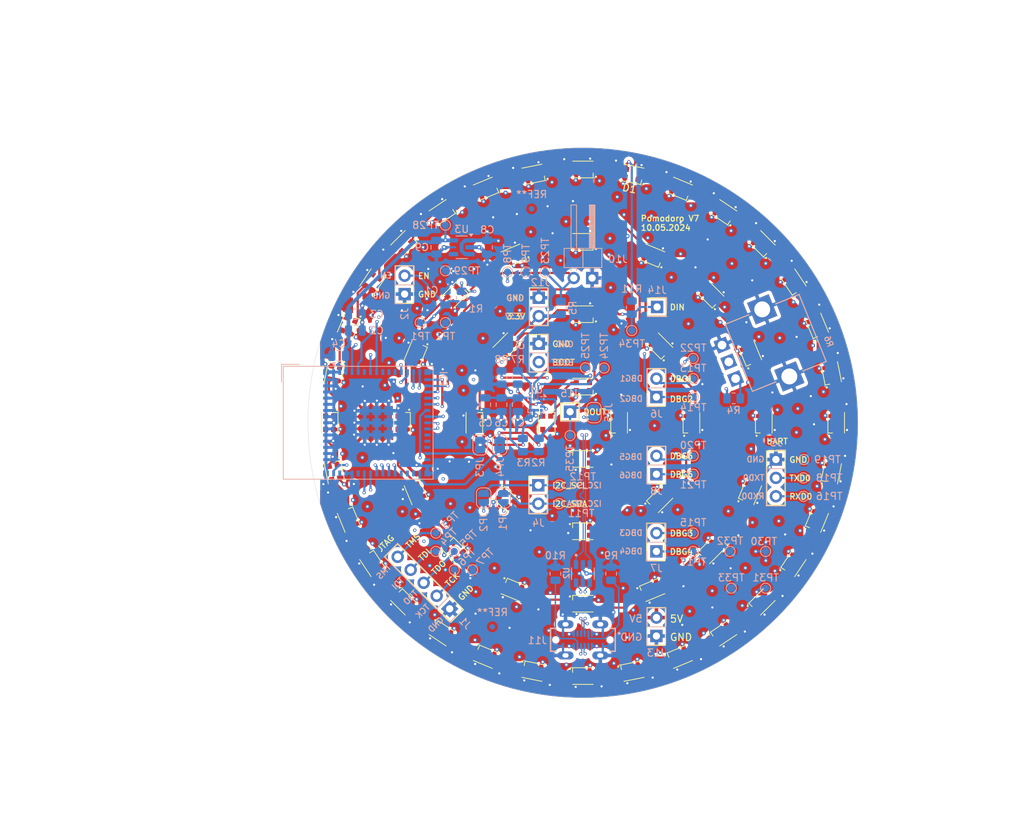
<source format=kicad_pcb>
(kicad_pcb (version 20240108) (generator "pcbnew") (generator_version "8.0")
  (layers (0 "F.Cu" signal) (1 "In1.Cu" signal) (2 "In2.Cu" signal) (31 "B.Cu" signal) (34 "B.Paste" user) (35 "F.Paste" user) (36 "B.SilkS" user "B.Silkscreen") (37 "F.SilkS" user "F.Silkscreen") (38 "B.Mask" user) (39 "F.Mask" user) (44 "Edge.Cuts" user))
  (net 0 "")
  (net 1 "GND")
  (net 2 "Net-(D1-DIN)")
  (net 3 "Net-(D1-DOUT)")
  (net 4 "+5V")
  (net 5 "Net-(D2-DOUT)")
  (net 6 "Net-(D3-DOUT)")
  (net 7 "Net-(D4-DOUT)")
  (net 8 "Net-(D5-DOUT)")
  (net 9 "Net-(D6-DOUT)")
  (net 10 "Net-(D7-DOUT)")
  (net 11 "Net-(D8-DOUT)")
  (net 12 "Net-(D10-DIN)")
  (net 13 "Net-(D10-DOUT)")
  (net 14 "Net-(D11-DOUT)")
  (net 15 "Net-(D12-DOUT)")
  (net 16 "Net-(D13-DOUT)")
  (net 17 "Net-(D14-DOUT)")
  (net 18 "Net-(D15-DOUT)")
  (net 19 "Net-(D16-DOUT)")
  (net 20 "Net-(D17-DOUT)")
  (net 21 "Net-(D18-DOUT)")
  (net 22 "Net-(D19-DOUT)")
  (net 23 "Net-(D20-DOUT)")
  (net 24 "Net-(D21-DOUT)")
  (net 25 "Net-(D22-DOUT)")
  (net 26 "Net-(D23-DOUT)")
  (net 27 "Net-(D24-DOUT)")
  (net 28 "Net-(D25-DOUT)")
  (net 29 "Net-(D26-DOUT)")
  (net 30 "Net-(D27-DOUT)")
  (net 31 "Net-(D28-DOUT)")
  (net 32 "Net-(D29-DOUT)")
  (net 33 "RgbLed_Outer2Middle")
  (net 34 "Net-(D31-DOUT)")
  (net 35 "Net-(D33-DOUT)")
  (net 36 "Net-(D34-DOUT)")
  (net 37 "Net-(D35-DOUT)")
  (net 38 "Net-(D36-DOUT)")
  (net 39 "Net-(D37-DOUT)")
  (net 40 "Net-(D38-DOUT)")
  (net 41 "Net-(D39-DOUT)")
  (net 42 "Net-(D40-DOUT)")
  (net 43 "Net-(D41-DOUT)")
  (net 44 "Net-(D42-DOUT)")
  (net 45 "Net-(D43-DOUT)")
  (net 46 "Net-(D44-DOUT)")
  (net 47 "RgbLed_Middle2Inner")
  (net 48 "Net-(D49-DOUT)")
  (net 49 "Net-(D50-DOUT)")
  (net 50 "Net-(D51-DOUT)")
  (net 51 "Net-(D52-DOUT)")
  (net 52 "Net-(D53-DOUT)")
  (net 53 "Net-(D54-DOUT)")
  (net 54 "Net-(D55-DOUT)")
  (net 55 "Net-(D57-DOUT)")
  (net 56 "RgbLed_Inner2Status")
  (net 57 "Net-(D59-DOUT)")
  (net 58 "+3V3")
  (net 72 "ESP32_ADC_POTI")
  (net 73 "/MicroController/ESP32_EN")
  (net 74 "Net-(D47-DOUT)")
  (net 75 "Net-(D30-DOUT)")
  (net 76 "Net-(D45-DOUT)")
  (net 77 "Net-(D46-DOUT)")
  (net 78 "Net-(D60-DOUT)")
  (net 79 "/MicroController/ESP32_DBG3")
  (net 80 "Net-(D58-DOUT)")
  (net 81 "/MicroController/ESP32_DBG4")
  (net 82 "/MicroController/ESP32_ALT_I2C_SCL")
  (net 83 "ESP32_RgbLed_DIN")
  (net 84 "IMU_INT1")
  (net 85 "/MicroController/ESP32_NOM_I2C_SDA")
  (net 86 "/MicroController/JTAG_TDO")
  (net 87 "/MicroController/ESP32_DBG5")
  (net 88 "ESP32_RgbLed_DOUT")
  (net 89 "/MicroController/JTAG_TMS")
  (net 90 "/MicroController/ESP32_DBG1")
  (net 91 "/MicroController/ESP32_DBG2")
  (net 92 "ESP32_USB_D-")
  (net 93 "/MicroController/JTAG_TCK")
  (net 94 "/MicroController/ESP32_DBG6")
  (net 95 "RXD0")
  (net 96 "/MicroController/ESP32_NOM_I2C_SCL")
  (net 97 "ESP32_USB_D+")
  (net 98 "IMU_INT2")
  (net 99 "TXD0")
  (net 100 "ESP32_Button_Signal")
  (net 101 "/MicroController/ESP32_ALT_I2C_SDA")
  (net 102 "/MicroController/JTAG_TDI")
  (net 103 "/MicroController/BOOT_OPTION")
  (net 104 "I2C_SCL")
  (net 105 "I2C_SDA")
  (net 106 "Net-(U1-~{CS})")
  (net 107 "Net-(U1-SA0{slash}SDO)")
  (net 109 "Net-(J11-CC1)")
  (net 111 "Net-(J11-CC2)")
  (net 113 "Net-(R4-Pad2)")
  (net 114 "/USB Conn and PWR /CONN_USB_D-")
  (net 115 "/USB Conn and PWR /CONN_USB_D+")
  (footprint "LED_SMD:LED_WS2812B-2020_PLCC4_2.0x2.0mm" (layer "F.Cu") (at 150 75 180)
    (property "Reference" "D48" (hide yes))
    (property "Value" "WS2812B-2020" (hide yes))
  )
  (footprint "LED_SMD:LED_WS2812B-2020_PLCC4_2.0x2.0mm" (layer "F.Cu") (at 184.327485 106.828161 78.75)
    (property "Reference" "D9" (hide yes))
    (property "Value" "WS2812B-2020" (hide yes))
  )
  (footprint "LED_SMD:LED_WS2812B-2020_PLCC4_2.0x2.0mm" (layer "F.Cu") (at 140.432915 76.903012 -157.5)
    (property "Reference" "D47" (hide yes))
    (property "Value" "WS2812B-2020" (hide yes))
  )
  (footprint "LED_SMD:LED_WS2812B-2020_PLCC4_2.0x2.0mm" (layer "F.Cu") (at 165 100 90)
    (property "Reference" "D50" (hide yes))
    (property "Value" "WS2812B-2020" (hide yes))
  )
  (footprint "LED_SMD:LED_WS2812B-2020_PLCC4_2.0x2.0mm" (layer "F.Cu") (at 140.432914 123.096988 -22.5)
    (property "Reference" "D41" (hide yes))
    (property "Value" "WS2812B-2020" (hide yes))
  )
  (footprint "LED_SMD:LED_WS2812B-2020_PLCC4_2.0x2.0mm" (layer "F.Cu") (at 135 100 -90)
    (property "Reference" "D54" (hide yes))
    (property "Value" "WS2812B-2020" (hide yes))
  )
  (footprint "LED_SMD:LED_WS2812B-2020_PLCC4_2.0x2.0mm" (layer "F.Cu") (at 155 100 90)
    (property "Reference" "D57" (hide yes))
    (property "Value" "WS2812B-2020" (hide yes))
  )
  (footprint "LED_SMD:LED_WS2812B-2020_PLCC4_2.0x2.0mm" (layer "F.Cu") (at 159.567086 76.903012 157.5)
    (property "Reference" "D33" (hide yes))
    (property "Value" "WS2812B-2020" (hide yes))
  )
  (footprint "LED_SMD:LED_WS2812B-2020_PLCC4_2.0x2.0mm" (layer "F.Cu") (at 173.096988 109.567086 67.5)
    (property "Reference" "D37" (hide yes))
    (property "Value" "WS2812B-2020" (hide yes))
  )
  (footprint "LED_SMD:LED_WS2812B-2020_PLCC4_2.0x2.0mm" (layer "F.Cu") (at 179.101436 80.555042 123.75)
    (property "Reference" "D5" (hide yes))
    (property "Value" "WS2812B-2020" (hide yes))
  )
  (footprint "LED_SMD:LED_WS2812B-2020_PLCC4_2.0x2.0mm" (layer "F.Cu") (at 150 95 180)
    (property "Reference" "D60" (hide yes))
    (property "Value" "WS2812B-2020" (hide yes))
  )
  (footprint "Fiducial:Fiducial_0.75mm_Mask1.5mm" (layer "F.Cu") (at 169.53 76.19)
    (property "Reference" "REF**" (hide yes))
    (property "Value" "Fiducial_0.75mm_Mask1.5mm")
  )
  (footprint "LED_SMD:LED_WS2812B-2020_PLCC4_2.0x2.0mm" (layer "F.Cu") (at 130.555042 129.101437 -33.75)
    (property "Reference" "D19" (hide yes))
    (property "Value" "WS2812B-2020" (hide yes))
  )
  (footprint "LED_SMD:LED_WS2812B-2020_PLCC4_2.0x2.0mm" (layer "F.Cu") (at 120.898564 119.444958 -56.25)
    (property "Reference" "D21" (hide yes))
    (property "Value" "WS2812B-2020" (hide yes))
  )
  (footprint "LED_SMD:LED_WS2812B-2020_PLCC4_2.0x2.0mm" (layer "F.Cu") (at 125 100 -90)
    (property "Reference" "D44" (hide yes))
    (property "Value" "WS2812B-2020" (hide yes))
  )
  (footprint "LED_SMD:LED_WS2812B-2020_PLCC4_2.0x2.0mm" (layer "F.Cu") (at 179.101437 119.444958 56.25)
    (property "Reference" "D11" (hide yes))
    (property "Value" "WS2812B-2020" (hide yes))
  )
  (footprint "LED_SMD:LED_WS2812B-2020_PLCC4_2.0x2.0mm" (layer "F.Cu") (at 132.32233 117.677669 -45)
    (property "Reference" "D42" (hide yes))
    (property "Value" "WS2812B-2020" (hide yes))
  )
  (footprint "LED_SMD:LED_WS2812B-2020_PLCC4_2.0x2.0mm" (layer "F.Cu") (at 126.903012 90.432914 -112.5)
    (property "Reference" "D45" (hide yes))
    (property "Value" "WS2812B-2020" (hide yes))
  )
  (footprint "LED_SMD:LED_WS2812B-2020_PLCC4_2.0x2.0mm" (layer "F.Cu") (at 125.251262 75.251263 -135)
    (property "Reference" "D28" (hide yes))
    (property "Value" "WS2812B-2020" (hide yes))
  )
  (footprint "LED_SMD:LED_WS2812B-2020_PLCC4_2.0x2.0mm" (layer "F.Cu") (at 174.748738 124.748737 45)
    (property "Reference" "D12" (hide yes))
    (property "Value" "WS2812B-2020" (hide yes))
  )
  (footprint "LED_SMD:LED_WS2812B-2020_PLCC4_2.0x2.0mm" (layer "F.Cu") (at 150 65 180)
    (property "Reference" "D32" (hide yes))
    (property "Value" "WS2812B-2020" (hide yes))
  )
  (footprint "LED_SMD:LED_WS2812B-2020_PLCC4_2.0x2.0mm" (layer "F.Cu") (at 150 105)
    (property "Reference" "D58" (hide yes))
    (property "Value" "WS2812B-2020" (hide yes))
  )
  (footprint "LED_SMD:LED_WS2812B-2020_PLCC4_2.0x2.0mm" (layer "F.Cu") (at 156.828161 65.672515 168.75)
    (property "Reference" "D1")
    (property "Value" "WS2812B-2020" (hide yes))
  )
  (footprint "LED_SMD:LED_WS2812B-2020_PLCC4_2.0x2.0mm" (layer "F.Cu") (at 132.322331 82.32233 -135)
    (property "Reference" "D46" (hide yes))
    (property "Value" "WS2812B-2020" (hide yes))
  )
  (footprint "LED_SMD:LED_WS2812B-2020_PLCC4_2.0x2.0mm" (layer "F.Cu") (at 163.39392 132.335784 22.5)
    (property "Reference" "D14" (hide yes))
    (property "Value" "WS2812B-2020" (hide yes))
  )
  (footprint "LED_SMD:LED_WS2812B-2020_PLCC4_2.0x2.0mm" (layer "F.Cu") (at 160.606602 110.606602 45)
    (property "Reference" "D51" (hide yes))
    (property "Value" "WS2812B-2020" (hide yes))
  )
  (footprint "LED_SMD:LED_WS2812B-2020_PLCC4_2.0x2.0mm" (layer "F.Cu") (at 143.171839 134.327485 -11.25)
    (property "Reference" "D17" (hide yes))
    (property "Value" "WS2812B-2020" (hide yes))
  )
  (footprint "LED_SMD:LED_WS2812B-2020_PLCC4_2.0x2.0mm" (layer "F.Cu") (at 182.335784 86.60608 112.5)
    (property "Reference" "D6" (hide yes))
    (property "Value" "WS2812B-2020" (hide yes))
  )
  (footprint "LED_SMD:LED_WS2812B-2020_PLCC4_2.0x2.0mm" (layer "F.Cu") (at 169.444958 70.898563 146.25)
    (property "Reference" "D3" (hide yes))
    (property "Value" "WS2812B-2020" (hide yes))
  )
  (footprint "LED_SMD:LED_WS2812B-2020_PLCC4_2.0x2.0mm" (layer "F.Cu") (at 150 85 180)
    (property "Reference" "D56" (hide yes))
    (property "Value" "WS2812B-2020" (hide yes))
  )
  (footprint "LED_SMD:LED_WS2812B-2020_PLCC4_2.0x2.0mm" (layer "F.Cu") (at 117.664216 86.60608 -112.5)
    (property "Reference" "D26" (hide yes))
    (property "Value" "WS2812B-2020" (hide yes))
  )
  (footprint "LED_SMD:LED_WS2812B-2020_PLCC4_2.0x2.0mm" (layer "F.Cu") (at 115.672515 93.171839 -101.25)
    (property "Reference" "D25" (hide yes))
    (property "Value" "WS2812B-2020" (hide yes))
  )
  (footprint "LED_SMD:LED_WS2812B-2020_PLCC4_2.0x2.0mm" (layer "F.Cu") (at 120.898563 80.555042 -123.75)
    (property "Reference" "D27" (hide yes))
    (property "Value" "WS2812B-2020" (hide yes))
  )
  (footprint "LED_SMD:LED_WS2812B-2020_PLCC4_2.0x2.0mm" (layer "F.Cu") (at 139.393398 89.393398 -135)
    (property "Reference" "D55" (hide yes))
    (property "Value" "WS2812B-2020" (hide yes))
  )
  (footprint "LED_SMD:LED_WS2812B-2020_PLCC4_2.0x2.0mm" (layer "F.Cu") (at 174.748737 75.251262 135)
    (property "Reference" "D4" (hide yes))
    (property "Value" "WS2812B-2020" (hide yes))
  )
  (footprint "LED_SMD:LED_WS2812B-2020_PLCC4_2.0x2.0mm" (layer "F.Cu") (at 117.664216 113.39392 -67.5)
    (property "Reference" "D22" (hide yes))
    (property "Value" "WS2812B-2020" (hide yes))
  )
  (footprint "LED_SMD:LED_WS2812B-2020_PLCC4_2.0x2.0mm" (layer "F.Cu") (at 136.60608 67.664216 -157.5)
    (property "Reference" "D30" (hide yes))
    (property "Value" "WS2812B-2020" (hide yes))
  )
  (footprint "LED_SMD:LED_WS2812B-2020_PLCC4_2.0x2.0mm" (layer "F.Cu") (at 182.335784 113.39392 67.5)
    (property "Reference" "D10" (hide yes))
    (property "Value" "WS2812B-2020" (hide yes))
  )
  (footprint "LED_SMD:LED_WS2812B-2020_PLCC4_2.0x2.0mm" (layer "F.Cu") (at 136.60608 132.335784 -22.5)
    (property "Reference" "D18" (hide yes))
    (property "Value" "WS2812B-2020" (hide yes))
  )
  (footprint "LED_SMD:LED_WS2812B-2020_PLCC4_2.0x2.0mm" (layer "F.Cu") (at 175 100 90)
    (property "Reference" "D36" (hide yes))
    (property "Value" "WS2812B-2020" (hide yes))
  )
  (footprint "LED_SMD:LED_WS2812B-2020_PLCC4_2.0x2.0mm" (layer "F.Cu") (at 184.327485 93.171838 101.25)
    (property "Reference" "D7" (hide yes))
    (property "Value" "WS2812B-2020" (hide yes))
  )
  (footprint "LED_SMD:LED_WS2812B-2020_PLCC4_2.0x2.0mm" (layer "F.Cu") (at 167.677669 117.67767 45)
    (property "Reference" "D38" (hide yes))
    (property "Value" "WS2812B-2020" (hide yes))
  )
  (footprint "LED_SMD:LED_WS2812B-2020_PLCC4_2.0x2.0mm" (layer "F.Cu") (at 156.828162 134.327485 11.25)
    (property "Reference" "D15" (hide yes))
    (property "Value" "WS2812B-2020" (hide yes))
  )
  (footprint "LED_SMD:LED_WS2812B-2020_PLCC4_2.0x2.0mm" (layer "F.Cu") (at 150 135)
    (property "Reference" "D16" (hide yes))
    (property "Value" "WS2812B-2020" (hide yes))
  )
  (footprint "LED_SMD:LED_WS2812B-2020_PLCC4_2.0x2.0mm" (layer "F.Cu") (at 160.606602 89.393398 135)
    (property "Reference" "D49" (hide yes))
    (property "Value" "WS2812B-2020" (hide yes))
  )
  (footprint "LED_SMD:LED_WS2812B-2020_PLCC4_2.0x2.0mm" (layer "F.Cu") (at 125.251263 124.748738 -45)
    (property "Reference" "D20" (hide yes))
    (property "Value" "WS2812B-2020" (hide yes))
  )
  (footprint "LED_SMD:LED_WS2812B-2020_PLCC4_2.0x2.0mm" (layer "F.Cu") (at 169.444958 129.101436 33.75)
    (property "Reference" "D13" (hide yes))
    (property "Value" "WS2812B-2020" (hide yes))
  )
  (footprint "LED_SMD:LED_WS2812B-2020_PLCC4_2.0x2.0mm" (layer "F.Cu") (at 163.39392 67.664216 157.5)
    (property "Reference" "D2" (hide yes))
    (property "Value" "WS2812B-2020" (hide yes))
  )
  (footprint "LED_SMD:LED_WS2812B-2020_PLCC4_2.0x2.0mm" (layer "F.Cu") (at 115 100 -90)
    (property "Reference" "D24" (hide yes))
    (property "Value" "WS2812B-2020" (hide yes))
  )
  (footprint "Fiducial:Fiducial_0.75mm_Mask1.5mm" (layer "F.Cu") (at 142.23 129.82)
    (property "Reference" "REF**" (hide yes))
    (property "Value" "Fiducial_0.75mm_Mask1.5mm")
  )
  (footprint "LED_SMD:LED_WS2812B-2020_PLCC4_2.0x2.0mm" (layer "F.Cu") (at 115.672515 106.828162 -78.75)
    (property "Reference" "D23" (hide yes))
    (property "Value" "WS2812B-2020" (hide yes))
  )
  (footprint "LED_SMD:LED_WS2812B-2020_PLCC4_2.0x2.0mm" (layer "F.Cu") (at 167.67767 82.322331 135)
    (property "Reference" "D34" (hide yes))
    (property "Value" "WS2812B-2020" (hide yes))
  )
  (footprint "LED_SMD:LED_WS2812B-2020_PLCC4_2.0x2.0mm" (layer "F.Cu") (at 139.393398 110.606602 -45)
    (property "Reference" "D53" (hide yes))
    (property "Value" "WS2812B-2020" (hide yes))
  )
  (footprint "LED_SMD:LED_WS2812B-2020_PLCC4_2.0x2.0mm" (layer "F.Cu") (at 143.171838 65.672515 -168.75)
    (property "Reference" "D31" (hide yes))
    (property "Value" "WS2812B-2020" (hide yes))
  )
  (footprint "LED_SMD:LED_WS2812B-2020_PLCC4_2.0x2.0mm" (layer "F.Cu") (at 150 115)
    (property "Reference" "D52" (hide yes))
    (property "Value" "WS2812B-2020" (hide yes))
  )
  (footprint "LED_SMD:LED_WS2812B-2020_PLCC4_2.0x2.0mm" (layer "F.Cu") (at 173.096988 90.432915 112.5)
    (property "Reference" "D35" (hide yes))
    (property "Value" "WS2812B-2020" (hide yes))
  )
  (footprint "LED_SMD:LED_WS2812B-2020_PLCC4_2.0x2.0mm" (layer "F.Cu") (at 126.903012 109.567085 -67.5)
    (property "Reference" "D43" (hide yes))
    (property "Value" "WS2812B-2020" (hide yes))
  )
  (footprint "LED_SMD:LED_WS2812B-2020_PLCC4_2.0x2.0mm" (layer "F.Cu") (at 159.567085 123.096988 22.5)
    (property "Reference" "D39" (hide yes))
    (property "Value" "WS2812B-2020" (hide yes))
  )
  (footprint "LED_SMD:LED_WS2812B-2020_PLCC4_2.0x2.0mm" (layer "F.Cu") (at 145 100 -90)
    (property "Reference" "D59" (hide yes))
    (property "Value" "WS2812B-2020" (hide yes))
  )
  (footprint "LED_SMD:LED_WS2812B-2020_PLCC4_2.0x2.0mm" (layer "F.Cu") (at 150 125)
    (property "Reference" "D40" (hide yes))
    (property "Value" "WS2812B-2020" (hide yes))
  )
  (footprint "LED_SMD:LED_WS2812B-2020_PLCC4_2.0x2.0mm" (layer "F.Cu") (at 185 100 90)
    (property "Reference" "D8" (hide yes))
    (property "Value" "WS2812B-2020" (hide yes))
  )
  (footprint "LED_SMD:LED_WS2812B-2020_PLCC4_2.0x2.0mm" (layer "F.Cu") (at 130.555042 70.898564 -146.25)
    (property "Reference" "D29" (hide yes))
    (property "Value" "WS2812B-2020" (hide yes))
  )
  (footprint "Resistor_SMD:R_0805_2012Metric" (layer "B.Cu") (at 156.75 84.0875 90)
    (property "Reference" "R11")
    (property "Value" "100")
  )
  (footprint "RF_Module:ESP32-S2-MINI-1" (layer "B.Cu") (at 118.95 100 -90)
    (property "Reference" "IC1")
    (property "Value" "ESP32-S2-MINI-2-N4")
  )
  (footprint "Jumper:SolderJumper-2_P1.3mm_Bridged2Bar_RoundedPad1.0x1.5mm" (layer "B.Cu") (at 138.5 103.063 90)
    (property "Reference" "JP4")
    (property "Value" "SolderJumper_2_Bridged")
  )
  (footprint "TestPoint:TestPoint_Pad_D1.0mm" (layer "B.Cu") (at 132.22 120.32 180)
    (property "Reference" "TP6")
    (property "Value" "TestPoint")
  )
  (footprint "TestPoint:TestPoint_Pad_D1.0mm" (layer "B.Cu") (at 142.126 79.172 180)
    (property "Reference" "TP9")
    (property "Value" "TestPoint")
  )
  (footprint "Resistor_SMD:R_0805_2012Metric" (layer "B.Cu") (at 170.828 96.625)
    (property "Reference" "R4")
    (property "Value" "5k1(1%)")
  )
  (footprint "Connector_PinHeader_2.54mm:PinHeader_1x05_P2.54mm_Vertical" (layer "B.Cu") (at 131.588567 125.708154 45)
    (property "Reference" "J1")
    (property "Value" "Conn_01x05_Pin")
  )
  (footprint "TestPoint:TestPoint_Pad_D1.0mm" (layer "B.Cu") (at 146.698 111.176 90)
    (property "Reference" "TP11")
    (property "Value" "TestPoint")
  )
  (footprint "Connector_PinHeader_2.54mm:PinHeader_1x02_P2.54mm_Vertical" (layer "B.Cu") (at 160.16 117.78)
    (property "Reference" "J7")
    (property "Value" "Conn_01x02_Pin")
  )
  (footprint "TestPoint:TestPoint_Pad_D1.0mm" (layer "B.Cu") (at 131 79)
    (property "Reference" "TP29")
    (property "Value" "TestPoint")
  )
  (footprint "Resistor_SMD:R_0805_2012Metric" (layer "B.Cu") (at 141.704 103.084 -90)
    (property "Reference" "R3")
    (property "Value" "5k1(1%)")
  )
  (footprint "Connector_PinHeader_2.54mm:PinHeader_1x02_P2.54mm_Vertical" (layer "B.Cu") (at 125.362 82.22)
    (property "Reference" "J2")
    (property "Value" "Conn_01x02_Pin")
  )
  (footprint "Resistor_SMD:R_0805_2012Metric" (layer "B.Cu") (at 146.952 84.125 90)
    (property "Reference" "R5")
    (property "Value" "5k1(1%)")
  )
  (footprint "Resistor_SMD:R_0805_2012Metric" (layer "B.Cu") (at 133.25 82.75 90)
    (property "Reference" "R1")
    (property "Value" "10k(1%)")
  )
  (footprint "Connector_PinHeader_2.54mm:PinHeader_1x01_P2.54mm_Vertical" (layer "B.Cu") (at 160.25 84 180)
    (property "Reference" "J14")
    (property "Value" "Conn_01x01_Pin")
  )
  (footprint "Package_TO_SOT_SMD:SOT-23-5" (layer "B.Cu") (at 133.25 75.75 180)
    (property "Reference" "U3")
    (property "Value" "AP2112K-3.3")
  )
  (footprint "Diode_SMD:SOT95P280X145-6N" (layer "B.Cu") (at 150 120.8515 -90)
    (property "Reference" "U2")
    (property "Value" "USBLC6-2SC6")
  )
  (footprint "TestPoint:TestPoint_Pad_D1.0mm" (layer "B.Cu") (at 144.793 79.172 180)
    (property "Reference" "TP23")
    (property "Value" "TestPoint")
  )
  (footprint "Connector_PinHeader_2.54mm:PinHeader_1x02_P2.54mm_Vertical" (layer "B.Cu") (at 160.16 96.444)
    (property "Reference" "J6")
    (property "Value" "Conn_01x02_Pin")
  )
  (footprint "Capacitor_SMD:C_0805_2012Metric" (layer "B.Cu") (at 141 97.5 90)
    (property "Reference" "C7")
    (property "Value" "100n/16V")
  )
  (footprint "Fiducial:Fiducial_0.75mm_Mask1.5mm" (layer "B.Cu") (at 137.49 128.19 180)
    (property "Reference" "REF**")
    (property "Value" "Fiducial_0.75mm_Mask1.5mm")
  )
  (footprint "Connector_PinHeader_2.54mm:PinHeader_1x02_P2.54mm_Vertical" (layer "B.Cu") (at 143.838 108.636 180)
    (property "Reference" "J4")
    (property "Value" "Conn_01x02_Pin")
  )
  (footprint "Capacitor_SMD:C_0805_2012Metric" (layer "B.Cu") (at 118.55 85)
    (property "Reference" "C3")
    (property "Value" "10u/16V")
  )
  (footprint "Connector:GCT_USB4120-03-C_REVA" (layer "B.Cu") (at 150 130 180)
    (property "Reference" "J11")
    (property "Value" "USB4120-03-C_REVA")
    (fp_line (start 3.85 0.26) (end 3.65 0.26) (stroke (width 0.01)) (layer "Edge.Cuts"))
    (fp_line (start 3.65 -0.26) (end 3.85 -0.26) (stroke (width 0.01)) (layer "Edge.Cuts"))
    (fp_arc (start 4.11 0) (mid 4.033848 0.183848) (end 3.85 0.26) (stroke (width 0.01)) (layer "Edge.Cuts"))
    (fp_arc (start 3.85 -0.26) (mid 4.033848 -0.183848) (end 4.11 0) (stroke (width 0.01)) (layer "Edge.Cuts"))
    (fp_arc (start 3.65 0.26) (mid 3.466152 0.183848) (end 3.39 0) (stroke (width 0.01)) (layer "Edge.Cuts"))
    (fp_arc (start 3.39 0) (mid 3.466152 -0.183848) (end 3.65 -0.26) (stroke (width 0.01)) (layer "Edge.Cuts"))
  )
  (footprint "Resistor_SMD:R_0805_2012Metric" (layer "B.Cu") (at 143.904 103.0715 -90)
    (property "Reference" "R2")
    (property "Value" "5k1(1%)")
  )
  (footprint "TestPoint:TestPoint_Pad_D1.0mm" (layer "B.Cu") (at 165.24 96.444)
    (property "Reference" "TP14")
    (property "Value" "TestPoint")
  )
  (footprint "TestPoint:TestPoint_Pad_D1.0mm" (layer "B.Cu") (at 150.36 92.41 -90)
    (property "Reference" "TP25")
    (property "Value" "TestPoint")
  )
  (footprint "Resistor_SMD:R_0805_2012Metric" (layer "B.Cu") (at 141 93.75 -90)
    (property "Reference" "R7")
    (property "Value" "5k1(1%)")
  )
  (footprint "Connector_PinHeader_2.54mm:PinHeader_1x02_P2.54mm_Vertical" (layer "B.Cu") (at 160.16 129.464)
    (property "Reference" "J13")
    (property "Value" "Conn_01x02_Pin")
  )
  (footprint "Resistor_SMD:R_0805_2012Metric" (layer "B.Cu") (at 138.75 93.75 -90)
    (property "Reference" "R8")
    (property "Value" "5k1(1%)")
  )
  (footprint "Fiducial:Fiducial_0.75mm_Mask1.5mm" (layer "B.Cu") (at 142.91 70.44 180)
    (property "Reference" "REF**")
    (property "Value" "Fiducial_0.75mm_Mask1.5mm")
  )
  (footprint "TestPoint:TestPoint_Pad_D1.0mm" (layer "B.Cu") (at 165.24 117.78)
    (property "Reference" "TP17")
    (property "Value" "TestPoint")
  )
  (footprint "TestPoint:TestPoint_Pad_D1.0mm" (layer "B.Cu") (at 165.24 104.572 180)
    (property "Reference" "TP20")
    (property "Value" "TestPoint")
  )
  (footprint "TestPoint:TestPoint_Pad_D1.0mm" (layer "B.Cu") (at 127.521 86.157 180)
    (property "Reference" "TP1")
    (property "Value" "TestPoint")
  )
  (footprint "TestPoint:TestPoint_Pad_D1.0mm" (layer "B.Cu") (at 175.25 117.78 180)
    (property "Reference" "TP30")
    (property "Value" "TestPoint")
  )
  (footprint "Capacitor_SMD:C_0805_2012Metric" (layer "B.Cu") (at 131 82.75 90)
    (property "Reference" "C1")
    (property "Value" "1u/16V")
  )
  (footprint "TestPoint:TestPoint_Pad_D1.0mm" (layer "B.Cu") (at 165.24 93.904 180)
    (property "Reference" "TP13")
    (property "Value" "TestPoint")
  )
  (footprint "TestPoint:TestPoint_Pad_D1.0mm" (layer "B.Cu") (at 180.48 107.62 180)
    (property "Reference" "TP18")
    (property "Value" "TestPoint")
  )
  (footprint "TestPoint:TestPoint_Pad_D1.0mm" (layer "B.Cu") (at 148.222 101.778 180)
    (property "Reference" "TP35")
    (property "Value" "TestPoint")
  )
  (footprint "TestPoint:TestPoint_Pad_D1.0mm" (layer "B.Cu") (at 129.68 115.24 180)
    (property "Reference" "TP3")
    (property "Value" "TestPoint")
  )
  (footprint "TestPoint:TestPoint_Pad_D1.0mm" (layer "B.Cu") (at 156.75 87.25)
    (property "Reference" "TP34")
    (property "Value" "TestPoint")
  )
  (footprint "Jumper:SolderJumper-2_P1.3mm_Open_RoundedPad1.0x1.5mm" (layer "B.Cu") (at 136.284 110.399 90)
    (property "Reference" "JP2")
    (property "Value" "SolderJumper_2_Open")
  )
  (footprint "TestPoint:TestPoint_Pad_D1.0mm" (layer "B.Cu") (at 131 72.695 180)
    (property "Reference" "TP28")
    (property "Value" "TestPoint")
  )
  (footprint "Connector_PinHeader_2.54mm:PinHeader_1x01_P2.54mm_Vertical" (layer "B.Cu") (at 148.222 98.476 180)
    (property "Reference" "J15")
    (property "Value" "Conn_01x01_Pin")
  )
  (footprint "Capacitor_SMD:C_0805_2012Metric" (layer "B.Cu") (at 136.5 97.5 90)
    (property "Reference" "C5")
    (property "Value" "1u/16V")
  )
  (footprint "TestPoint:TestPoint_Pad_D1.0mm" (layer "B.Cu") (at 180.48 110.16 180)
    (property "Reference" "TP16")
    (property "Value" "TestPoint")
  )
  (footprint "TestPoint:TestPoint_Pad_D1.0mm" (layer "B.Cu") (at 129.68 117.78 180)
    (property "Reference" "TP4")
    (property "Value" "TestPoint")
  )
  (footprint "Package_LGA:LGA-12_2x2mm_P0.5mm" (layer "B.Cu") (at 143.5 97.5 180)
    (property "Reference" "U1")
    (property "Value" "LIS2HH12")
  )
  (footprint "TestPoint:TestPoint_Pad_D1.0mm" (layer "B.Cu") (at 131 86.157 180)
    (property "Reference" "TP2")
    (property "Value" "TestPoint")
  )
  (footprint "Connector_PinHeader_2.54mm:PinHeader_1x02_P2.54mm_Vertical" (layer "B.Cu") (at 143.904 89.073 180)
    (property "Reference" "J3")
    (property "Value" "Conn_01x02_Pin")
  )
  (footprint "TestPoint:TestPoint_Pad_D1.0mm" (layer "B.Cu") (at 165.24 91.11 180)
    (property "Reference" "TP22")
    (property "Value" "TestPoint")
  )
  (footprint "Jumper:SolderJumper-2_P1.3mm_Open_RoundedPad1.0x1.5mm" (layer "B.Cu") (at 138.984 110.399 -90)
    (property "Reference" "JP1")
    (property "Value" "SolderJumper_2_Open")
  )
  (footprint "TestPoint:TestPoint_Pad_D1.0mm" (layer "B.Cu") (at 134.76 120.32 180)
    (property "Reference" "TP7")
    (property "Value" "TestPoint")
  )
  (footprint "Jumper:SolderJumper-2_P1.3mm_Bridged2Bar_RoundedPad1.0x1.5mm" (layer "B.Cu") (at 135.8 103.063 -90)
    (property "Reference" "JP3")
    (property "Value" "SolderJumper_2_Bridged")
  )
  (footprint "TestPoint:TestPoint_Pad_D1.0mm" (layer "B.Cu") (at 180.53 105.08 180)
    (property "Reference" "TP19")
    (property "Value" "TestPoint")
  )
  (footprint "Connector_PinHeader_2.54mm:PinHeader_1x02_P2.54mm_Vertical" (layer "B.Cu") (at 160.16 107.112)
    (property "Reference" "J8")
    (property "Value" "Conn_01x02_Pin")
  )
  (footprint "TestPoint:TestPoint_Pad_D1.0mm" (layer "B.Cu") (at 170.32 117.78 180)
    (property "Reference" "TP32")
    (property "Value" "TestPoint")
  )
  (footprint "Jumper:SolderJumper-2_P1.3mm_Open_RoundedPad1.0x1.5mm" (layer "B.Cu") (at 151.524 98.603 -90)
    (property "Reference" "JP5")
    (property "Value" "SolderJumper_2_Open")
  )
  (footprint "Capacitor_SMD:C_0805_2012Metric" (layer "B.Cu") (at 129.75 75.75 -90)
    (property "Reference" "C9")
    (property "Value" "1u/16V")
  )
  (footprint "Capacitor_SMD:C_0805_2012Metric" (layer "B.Cu") (at 138.75 97.5 90)
    (property "Reference" "C6")
    (property "Value" "100n/16V")
  )
  (footprint "TestPoint:TestPoint_Pad_D1.0mm" (layer "B.Cu") (at 165.24 115.24 180)
    (property "Reference" "TP15")
    (property "Value" "TestPoint")
  )
  (footprint "TestPoint:TestPoint_Pad_D1.0mm" (layer "B.Cu") (at 139.586 79.172 180)
    (property "Reference" "TP8")
    (property "Value" "TestPoint")
  )
  (footprint "Resistor_SMD:R_0805_2012Metric" (layer "B.Cu") (at 153.9 120.8515 -90)
    (property "Reference" "R9")
    (property "Value" "5k1(1%)")
  )
  (footprint "TestPoint:TestPoint_Pad_D1.0mm" (layer "B.Cu") (at 146.698 108.636 90)
    (property "Reference" "TP12")
    (property "Value" "TestPoint")
  )
  (footprint "Resistor_SMD:R_0805_2012Metric" (layer "B.Cu") (at 146.2 120.8515 -90)
    (property "Reference" "R10")
    (property "Value" "5k1(1%)")
  )
  (footprint "TestPoint:TestPoint_Pad_D1.0mm" (layer "B.Cu") (at 152.93 92.44 180)
    (property "Reference" "TP24")
    (property "Value" "TestPoint")
  )
  (footprint "TestPoint:TestPoint_Pad_D1.0mm" (layer "B.Cu") (at 175.25 122.86 180)
    (property "Reference" "TP31")
    (property "Value" "TestPoint")
  )
  (footprint "TestPoint:TestPoint_Pad_D1.0mm" (layer "B.Cu") (at 132.22 117.78 180)
    (property "Reference" "TP5")
    (property "Value" "TestPoint")
  )
  (footprint "TestPoint:TestPoint_Pad_D1.0mm" (layer "B.Cu") (at 165.24 107.112)
    (property "Reference" "TP21")
    (property "Value" "TestPoint")
  )
  (footprint "TestPoint:TestPoint_Pad_D1.0mm" (layer "B.Cu") (at 170.5 122.86 180)
    (property "Reference" "TP33")
    (property "Value" "TestPoint")
  )
  (footprint "Potentiometer_THT:Pot" (layer "B.Cu") (at 176.651967 88.964081 112)
    (property "Reference" "R6")
    (property "Value" "10k 1/20W")
  )
  (footprint "Capacitor_SMD:C_0805_2012Metric" (layer "B.Cu") (at 136.75 75.75 -90)
    (property "Reference" "C8")
    (property "Value" "1u/16V")
  )
  (footprint "Connector_PinHeader_2.54mm:PinHeader_1x02_P2.54mm_Vertical" (layer "B.Cu") (at 143.904 82.728 180)
    (property "Reference" "J12")
    (property "Value" "Conn_01x02_Pin")
  )
  (footprint "Connector_PinHeader_2.54mm:PinHeader_1x03_P2.54mm_Vertical" (layer "B.Cu") (at 176.67 105.08 180)
    (property "Reference" "J5")
    (property "Value" "Conn_01x03_Pin")
  )
  (footprint "Capacitor_SMD:C_0805_2012Metric" (layer "B.Cu") (at 116.25 90.75 180)
    (property "Reference" "C4")
    (property "Value" "100n/16V")
  )
  (footprint "Capacitor_SMD:C_0805_2012Metric" (layer "B.Cu") (at 118.55 87.25)
    (property "Reference" "C2")
    (property "Value" "10u/16V")
  )
  (footprint "Connector_PinHeader_2.54mm:PinHeader_1x02_P2.54mm_Horizontal" (layer "B.Cu") (at 151.275 80 90)
    (property "Reference" "J10")
    (property "Value" "Conn_01x02_Pin")
  )
  (gr_rect (start 142.6 87.81) (end 145.13 93) (stroke (width 0.15)) (fill none) (layer "F.SilkS"))
  (gr_rect (start 158.81 113.88) (end 161.34 119.07) (stroke (width 0.15)) (fill none) (layer "F.SilkS"))
  (gr_rect (start 142.54 107.39) (end 145.07 112.58) (stroke (width 0.15)) (fill none) (layer "F.SilkS"))
  (gr_line (start 124.39 116.74) (end 122.6 118.53) (stroke (width 0.15)) (layer "F.SilkS"))
  (gr_line (start 133.48 125.83) (end 124.39 116.74) (stroke (width 0.15)) (layer "F.SilkS"))
  (gr_rect (start 146.92 97.28) (end 149.45 99.7) (stroke (width 0.15)) (fill none) (layer "F.SilkS"))
  (gr_rect (start 158.87 125.55) (end 161.4 130.74) (stroke (width 0.15)) (fill none) (layer "F.SilkS"))
  (gr_line (start 122.6 118.53) (end 131.76 127.54) (stroke (width 0.15)) (layer "F.SilkS"))
  (gr_rect (start 158.91 82.79) (end 161.44 85.21) (stroke (width 0.15)) (fill none) (layer "F.SilkS"))
  (gr_rect (start 142.62 81.36) (end 145.15 86.55) (stroke (width 0.15)) (fill none) (layer "F.SilkS"))
  (gr_rect (start 158.9 103.26) (end 161.43 108.45) (stroke (width 0.15)) (fill none) (layer "F.SilkS"))
  (gr_rect (start 175.4 103.885) (end 177.93 111.4) (stroke (width 0.15)) (fill none) (layer "F.SilkS"))
  (gr_rect (start 158.87 92.52) (end 161.4 97.71) (stroke (width 0.15)) (fill none) (layer "F.SilkS"))
  (gr_rect (start 124.07 78.31) (end 126.6 83.5) (stroke (width 0.15)) (fill none) (layer "F.SilkS"))
  (gr_line (start 131.76 127.54) (end 133.48 125.83) (stroke (width 0.15)) (layer "F.SilkS"))
  (gr_circle (center 150 100) (end 188 100) (stroke (width 0.05)) (fill none) (layer "Edge.Cuts"))
  (gr_text "TDO" (at 127.394 123.620568 45) (layer "B.SilkS") (effects (font (size 0.8 0.8) (thickness 0.15) (bold yes)) (justify left bottom mirror)))
  (gr_text "5V" (at 158.317618 127.66 -0) (layer "B.SilkS") (effects (font (size 1 1)) (justify left bottom mirror)))
  (gr_text "TCK" (at 129.045 125.525568 45) (layer "B.SilkS") (effects (font (size 0.8 0.8) (thickness 0.15) (bold yes)) (justify left bottom mirror)))
  (gr_text "DBG3" (at 158.321904 115.69 -0) (layer "B.SilkS") (effects (font (size 0.8 0.8) (thickness 0.15) (bold yes)) (justify left bottom mirror)))
  (gr_text "DBG5" (at 158.301904 105.18 -0) (layer "B.SilkS") (effects (font (size 0.8 0.8) (thickness 0.15) (bold yes)) (justify left bottom mirror)))
  (gr_text "GND" (at 141.950476 83.22 -0) (layer "B.SilkS") (effects (font (size 0.8 0.8) (thickness 0.15) (bold yes)) (justify left bottom mirror)))
  (gr_text "GND" (at 158.317618 130.2 -0) (layer "B.SilkS") (effects (font (size 1 1)) (justify left bottom mirror)))
  (gr_text "EN" (at 123.65 80.12 -0) (layer "B.SilkS") (effects (font (size 0.8 0.8) (thickness 0.15) (bold yes)) (justify left bottom mirror)))
  (gr_text "DBG1" (at 158.351904 94.356 -0) (layer "B.SilkS") (effects (font (size 0.8 0.8) (thickness 0.15) (bold yes)) (justify left bottom mirror)))
  (gr_text "I2C_SCL" (at 152.69 109.12 -0) (layer "B.SilkS") (effects (font (size 0.8 0.8) (thickness 0.15) (bold yes)) (justify left bottom mirror)))
  (gr_text "3.3V" (at 141.950476 85.76 -0) (layer "B.SilkS") (effects (font (size 0.8 0.8) (thickness 0.15) (bold yes)) (justify left bottom mirror)))
  (gr_text "DBG4" (at 158.321904 118.23 -0) (layer "B.SilkS") (effects (font (size 0.8 0.8) (thickness 0.15) (bold yes)) (justify left bottom mirror)))
  (gr_text "DBG6" (at 158.301904 107.72 -0) (layer "B.SilkS") (effects (font (size 0.8 0.8) (thickness 0.15) (bold yes)) (justify left bottom mirror)))
  (gr_text "TDI" (at 125.489 121.842568 45) (layer "B.SilkS") (effects (font (size 0.8 0.8) (thickness 0.15) (bold yes)) (justify left bottom mirror)))
  (gr_text "BOOT" (at 148.815714 92.15 -0) (layer "B.SilkS") (effects (font (size 0.8 0.8) (thickness 0.15) (bold yes)) (justify left bottom mirror)))
  (gr_text "GND" (at 130.95 127.303568 45) (layer "B.SilkS") (effects (font (size 0.8 0.8) (thickness 0.15) (bold yes)) (justify left bottom mirror)))
  (gr_text "DBG2" (at 158.351904 97.15 -0) (layer "B.SilkS") (effects (font (size 0.8 0.8) (thickness 0.15) (bold yes)) (justify left bottom mirror)))
  (gr_text "TMS" (at 123.711 120.064568 45) (layer "B.SilkS") (effects (font (size 0.8 0.8) (thickness 0.15) (bold yes)) (justify left bottom mirror)))
  (gr_text "GND" (at 148.815714 89.61 -0) (layer "B.SilkS") (effects (font (size 0.8 0.8) (thickness 0.15) (bold yes)) (justify left bottom mirror)))
  (gr_text "RXD0" (at 175.16381 110.61 -0) (layer "B.SilkS") (effects (font (size 0.8 0.8) (thickness 0.15) (bold yes)) (justify left bottom mirror)))
  (gr_text "GND" (at 175.16381 105.53 -0) (layer "B.SilkS") (effects (font (size 0.8 0.8) (thickness 0.15) (bold yes)) (justify left bottom mirror)))
  (gr_text "GND" (at 123.47 82.9 -0) (layer "B.SilkS") (effects (font (size 0.8 0.8) (thickness 0.15) (bold yes)) (justify left bottom mirror)))
  (gr_text "TXD0" (at 175.16381 108.07 -0) (layer "B.SilkS") (effects (font (size 0.8 0.8) (thickness 0.15) (bold yes)) (justify left bottom mirror)))
  (gr_text "I2C_SDA" (at 152.69 111.66 -0) (layer "B.SilkS") (effects (font (size 0.8 0.8) (thickness 0.15) (bold yes)) (justify left bottom mirror)))
  (gr_text "TCK" (at 131.458 122.86 45) (layer "F.SilkS") (effects (font (size 0.8 0.8) (thickness 0.15) (bold yes)) (justify left bottom)))
  (gr_text "BOOT" (at 145.682 92.126 0) (layer "F.SilkS") (effects (font (size 0.8 0.8) (thickness 0.15) (bold yes)) (justify left bottom)))
  (gr_text "GND" (at 133.236 124.765 45) (layer "F.SilkS") (effects (font (size 0.8 0.8) (thickness 0.15) (bold yes)) (justify left bottom)))
  (gr_text "TDI" (at 127.775 119.304 45) (layer "F.SilkS") (effects (font (size 0.8 0.8) (thickness 0.15) (bold yes)) (justify left bottom)))
  (gr_text "GND" (at 139.332 83.236 0) (layer "F.SilkS") (effects (font (size 0.8 0.8) (thickness 0.15) (bold yes)) (justify left bottom)))
  (gr_text "DOUT" (at 150 98.984 0) (layer "F.SilkS") (effects (font (size 0.8 0.8) (thickness 0.15) (bold yes)) (justify left bottom)))
  (gr_text "I2C_SDA" (at 145.682 111.684 0) (layer "F.SilkS") (effects (font (size 0.8 0.8) (thickness 0.15) (bold yes)) (justify left bottom)))
  (gr_text "Pomodoro V7\n10.05.2024" (at 157.92 73.52 0) (layer "F.SilkS") (effects (font (size 0.8 0.8) (thickness 0.15) (bold yes)) (justify left bottom)))
  (gr_text "EN" (at 127.14 80.188 0) (layer "F.SilkS") (effects (font (size 0.8 0.8) (thickness 0.15) (bold yes)) (justify left bottom)))
  (gr_text "JTAG" (at 122.06 118.034 45) (layer "F.SilkS") (effects (font (size 0.8 0.8) (thickness 0.15) (bold yes)) (justify left bottom)))
  (gr_text "DBG2" (at 161.938 97.206 0) (layer "F.SilkS") (effects (font (size 0.8 0.8) (thickness 0.15) (bold yes)) (justify left bottom)))
  (gr_text "DIN" (at 161.938 84.506 0) (layer "F.SilkS") (effects (font (size 0.8 0.8) (thickness 0.15) (bold yes)) (justify left bottom)))
  (gr_text "DBG3" (at 161.938 115.748 0) (layer "F.SilkS") (effects (font (size 0.8 0.8) (thickness 0.15) (bold yes)) (justify left bottom)))
  (gr_text "TDO" (at 129.553 121.209 45) (layer "F.SilkS") (effects (font (size 0.8 0.8) (thickness 0.15) (bold yes)) (justify left bottom)))
  (gr_text "TXD0" (at 178.448 108.128 0) (layer "F.SilkS") (effects (font (size 0.8 0.8) (thickness 0.15) (bold yes)) (justify left bottom)))
  (gr_text "RXD0" (at 178.448 110.668 0) (layer "F.SilkS") (effects (font (size 0.8 0.8) (thickness 0.15) (bold yes)) (justify left bottom)))
  (gr_text "UART" (at 175.273 103.048 0) (layer "F.SilkS") (effects (font (size 0.8 0.8) (thickness 0.15) (bold yes)) (justify left bottom)))
  (gr_text "3.3V" (at 139.332 85.776 0) (layer "F.SilkS") (effects (font (size 0.8 0.8) (thickness 0.15) (bold yes)) (justify left bottom)))
  (gr_text "DBG4" (at 161.938 118.288 0) (layer "F.SilkS") (effects (font (size 0.8 0.8) (thickness 0.15) (bold yes)) (justify left bottom)))
  (gr_text "TMS" (at 125.997 117.526 45) (layer "F.SilkS") (effects (font (size 0.8 0.8) (thickness 0.15) (bold yes)) (justify left bottom)))
  (gr_text "GND" (at 178.448 105.588 0) (layer "F.SilkS") (effects (font (size 0.8 0.8) (thickness 0.15) (bold yes)) (justify left bottom)))
  (gr_text "I2C_SCL" (at 145.682 109.144 0) (layer "F.SilkS") (effects (font (size 0.8 0.8) (thickness 0.15) (bold yes)) (justify left bottom)))
  (gr_text "DBG6" (at 161.938 107.62 0) (layer "F.SilkS") (effects (font (size 0.8 0.8) (thickness 0.15) (bold yes)) (justify left bottom)))
  (gr_text "GND" (at 127.14 82.728 0) (layer "F.SilkS") (effects (font (size 0.8 0.8) (thickness 0.15) (bold yes)) (justify left bottom)))
  (gr_text "GND" (at 161.938 130.226 0) (layer "F.SilkS") (effects (font (size 1 1)) (justify left bottom)))
  (gr_text "DBG1" (at 161.938 94.412 0) (layer "F.SilkS") (effects (font (size 0.8 0.8) (thickness 0.15) (bold yes)) (justify left bottom)))
  (gr_text "5V" (at 161.938 127.686 0) (layer "F.SilkS") (effects (font (size 1 1)) (justify left bottom)))
  (gr_text "DBG5" (at 161.938 105.08 0) (layer "F.SilkS") (effects (font (size 0.8 0.8) (thickness 0.15) (bold yes)) (justify left bottom)))
  (gr_text "GND" (at 145.682 89.586 0) (layer "F.SilkS") (effects (font (size 0.8 0.8) (thickness 0.15) (bold yes)) (justify left bottom)))
  (segment (start 133.585 99.085) (end 133.5 99) (width 0.3048) (layer "F.Cu") (net 1))
  (segment (start 125.419529 108.932211) (end 125.134509 109.217231) (width 0.3048) (layer "F.Cu") (net 1))
  (segment (start 157.832879 65.311591) (end 157.832879 64.665131) (width 0.3048) (layer "F.Cu") (net 1))
  (segment (start 125.108 110.541) (end 125.134509 110.514491) (width 0.3048) (layer "F.Cu") (net 1))
  (segment (start 130.84 117.865994) (end 131.286419 117.419575) (width 0.3048) (layer "F.Cu") (net 1))
  (segment (start 117.506239 85.550255) (end 116.66008 85.550255) (width 0.3048) (layer "F.Cu") (net 1))
  (segment (start 115.42864 105.23436) (end 115.42864 104.699) (width 0.3048) (layer "F.Cu") (net 1))
  (segment (start 142.167121 134.688409) (end 142.167121 135.334869) (width 0.3048) (layer "F.Cu") (net 1))
  (segment (start 156.415 100.915) (end 156.5 101) (width 0.3048) (layer "F.Cu") (net 1))
  (segment (start 139.377088 123.658046) (end 138.93501 124.100124) (width 0.3048) (layer "F.Cu") (net 1))
  (segment (start 125.509356 74.095143) (end 124.897709 73.483496) (width 0.3048) (layer "F.Cu") (net 1))
  (segment (start 124.095143 124.490644) (end 123.483496 125.102291) (width 0.3048) (layer "F.Cu") (net 1))
  (segment (start 185.891785 93.961957) (end 185.993753 93.859989) (width 0.3048) (layer "F.Cu") (net 1))
  (segment (start 179.050398 120.511316) (end 179.194604 120.511316) (width 0.3048) (layer "F.Cu") (net 1))
  (segment (start 114.954576 106.038043) (end 114.954576 105.708424) (width 0.3048) (layer "F.Cu") (net 1))
  (segment (start 115.311591 92.167121) (end 114.665131 92.167121) (width 0.3048) (layer "F.Cu") (net 1))
  (segment (start 149.111 126.416) (end 149.111 125.576) (width 0.3048) (layer "F.Cu") (net 1))
  (segment (start 185.55 100.915) (end 186.415 100.915) (width 0.3048) (layer "F.Cu") (net 1))
  (segment (start 114.665131 92.167121) (end 114.396428 91.898418) (width 0.3048) (layer "F.Cu") (net 1))
  (segment (start 160.348508 111.762722) (end 160.960155 112.374369) (width 0.3048) (layer "F.Cu") (net 1))
  (segment (start 182.89684 114.449745) (end 183.33892 114.891825) (width 0.3048) (layer "F.Cu") (net 1))
  (segment (start 185.334869 107.832879) (end 185.603572 108.101582) (width 0.3048) (layer "F.Cu") (net 1))
  (segment (start 135.550255 132.493761) (end 135.550255 132.89684) (width 0.3048) (layer "F.Cu") (net 1))
  (segment (start 137.240954 66.180734) (end 136.955934 65.895714) (width 0.3048) (layer "F.Cu") (net 1))
  (segment (start 120.805396 79.488684) (end 120.206929 78.890217) (width 0.3048) (layer "F.Cu") (net 1))
  (segment (start 157.832879 64.665131) (end 158.101582 64.396428) (width 0.3048) (layer "F.Cu") (net 1))
  (segment (start 150.915 73.585) (end 151 73.5) (width 0.3048) (layer "F.Cu") (net 1))
  (segment (start 134.45 99.085) (end 133.585 99.085) (width 0.3048) (layer "F.Cu") (net 1))
  (segment (start 150.915 64.45) (end 150.915 63.585) (width 0.3048) (layer "F.Cu") (net 1))
  (segment (start 114.954576 105.708424) (end 115.42864 105.23436) (width 0.3048) (layer "F.Cu") (net 1))
  (segment (start 180.447094 81.010273) (end 180.904211 80.553156) (width 0.3048) (layer "F.Cu") (net 1))
  (segment (start 126.341954 89.377088) (end 125.899876 88.93501) (width 0.3048) (layer "F.Cu") (net 1))
  (segment (start 131.010273 69.932909) (end 131.010273 69.552906) (width 0.3048) (layer "F.Cu") (net 1))
  (segment (start 158.932211 123.955277) (end 158.932211 124.580471) (width 0.3048) (layer "F.Cu") (net 1))
  (segment (start 158.932211 124.580471) (end 159.217231 124.865491) (width 0.3048) (layer "F.Cu") (net 1))
  (segment (start 167.419575 118.713581) (end 167.419575 118.833788) (width 0.3048) (layer "F.Cu") (net 1))
  (segment (start 150.915 74.45) (end 150.915 73.585) (width 0.3048) (layer "F.Cu") (net 1))
  (segment (start 150.915 84.45) (end 150.915 83.585) (width 0.3048) (layer "F.Cu") (net 1))
  (segment (start 144.45 99.085) (end 143.585 99.085) (width 0.3048) (layer "F.Cu") (net 1))
  (segment (start 139.651492 88.237278) (end 139.039845 87.625631) (width 0.3048) (layer "F.Cu") (net 1))
  (segment (start 116.66008 85.550255) (end 116.218 85.108175) (width 0.3048) (layer "F.Cu") (net 1))
  (segment (start 120.949602 79.488684) (end 120.805396 79.488684) (width 0.3048) (layer "F.Cu") (net 1))
  (segment (start 168.989727 130.447094) (end 169.446844 130.904211) (width 0.3048) (layer "F.Cu") (net 1))
  (segment (start 149.085 136.415) (end 149 136.5) (width 0.3048) (layer "F.Cu") (net 1))
  (segment (start 147.6 132.15) (end 148.14 132.15) (width 0.3048) (layer "F.Cu") (net 1))
  (segment (start 131.010273 69.552906) (end 130.553156 69.095789) (width 0.3048) (layer "F.Cu") (net 1))
  (segment (start 114.7102 100) (end 115.583 100) (width 0.3048) (layer "F.Cu") (net 1))
  (segment (start 176.415 100.915) (end 176.5 101) (width 0.3048) (layer "F.Cu") (net 1))
  (segment (start 141.067789 76.044723) (end 141.067789 75.573789) (width 0.3048) (layer "F.Cu") (net 1))
  (segment (start 185.045424 93.961957) (end 185.891785 93.961957) (width 0.3048) (layer "F.Cu") (net 1))
  (segment (start 156.038043 135.891785) (end 156.140011 135.993753) (width 0.3048) (layer "F.Cu") (net 1))
  (segment (start 168.989727 130.067091) (end 168.989727 130.447094) (width 0.3048) (layer "F.Cu") (net 1))
  (segment (start 180.067091 81.010273) (end 180.447094 81.010273) (width 0.3048) (layer "F.Cu") (net 1))
  (segment (start 119.552906 118.989727) (end 119.095789 119.446844) (width 0.3048) (layer "F.Cu") (net 1))
  (segment (start 165.55 100.915) (end 166.415 100.915) (width 0.3048) (layer "F.Cu") (net 1))
  (segment (start 170.511316 70.805396) (end 171.109783 70.206929) (width 0.3048) (layer "F.Cu") (net 1))
  (segment (start 138.237278 110.348508) (end 137.625631 110.960155) (width 0.3048) (layer "F.Cu") (net 1))
  (segment (start 143.961957 64.108215) (end 143.859989 64.006247) (width 0.3048) (layer "F.Cu") (net 1))
  (segment (start 124.5 98) (end 124.5 99.035) (width 0.3048) (layer "F.Cu") (net 1))
  (segment (start 124.215352 124.490644) (end 124.095143 124.490644) (width 0.3048) (layer "F.Cu") (net 1))
  (segment (start 182.493761 114.449745) (end 182.89684 114.449745) (width 0.3048) (layer "F.Cu") (net 1))
  (segment (start 174.490644 125.784648) (end 174.490644 125.904857) (width 0.3048) (layer "F.Cu") (net 1))
  (segment (start 143.961957 64.954576) (end 143.961957 64.108215) (width 0.3048) (layer "F.Cu") (net 1))
  (segment (start 126.044723 108.932211) (end 125.419529 108.932211) (width 0.3048) (layer "F.Cu") (net 1))
  (segment (start 162.759046 133.194073) (end 162.759046 133.819266) (width 0.3048) (layer "F.Cu") (net 1))
  (segment (start 125.134509 110.514491) (end 125.134509 109.217231) (width 0.3048) (layer "F.Cu") (net 1))
  (segment (start 173.658046 110.622912) (end 174.100124 111.06499) (width 0.3048) (layer "F.Cu") (net 1))
  (segment (start 173.955277 91.067789) (end 174.580471 91.067789) (width 0.3048) (layer "F.Cu") (net 1))
  (segment (start 160.348508 111.642513) (end 160.348508 111.762722) (width 0.3048) (layer "F.Cu") (net 1))
  (segment (start 135.550255 132.89684) (end 135.108175 133.33892) (width 0.3048) (layer "F.Cu") (net 1))
  (segment (start 119.932909 118.989727) (end 119.552906 118.989727) (width 0.3048) (layer "F.Cu") (net 1))
  (segment (start 150.915 63.585) (end 151 63.5) (width 0.3048) (layer "F.Cu") (net 1))
  (segment (start 143.585 99.085) (end 143.5 99) (width 0.3048) (layer "F.Cu") (net 1))
  (segment (start 161.642513 89.651492) (end 161.762722 89.651492) (width 0.3048) (layer "F.Cu") (net 1))
  (segment (start 129.488684 129.050398) (end 129.488684 129.194604) (width 0.3048) (layer "F.Cu") (net 1))
  (segment (start 149.085 115.55) (end 148.278 115.55) (width 0.3048) (layer "F.Cu") (net 1))
  (segment (start 186.415 100.915) (end 186.5 101) (width 0.3048) (layer "F.Cu") (net 1))
  (segment (start 114.45 99.085) (end 114.45 99.7398) (width 0.3048) (layer "F.Cu") (net 1))
  (segment (start 124.5 99.035) (end 124.45 99.085) (width 0.3048) (layer "F.Cu") (net 1))
  (segment (start 162.759046 133.819266) (end 163.044066 134.104286) (width 0.3048) (layer "F.Cu") (net 1))
  (segment (start 149.111 125.576) (end 149.085 125.55) (width 0.3048) (layer "F.Cu") (net 1))
  (segment (start 155.55 100.915) (end 156.415 100.915) (width 0.3048) (layer "F.Cu") (net 1))
  (segment (start 150.915 94.45) (end 150.915 93.585) (width 0.3048) (layer "F.Cu") (net 1))
  (segment (start 160.622912 76.745034) (end 160.622912 76.341954) (width 0.3048) (layer "F.Cu") (net 1))
  (segment (start 184.688409 107.832879) (end 185.334869 107.832879) (width 0.3048) (layer "F.Cu") (net 1))
  (segment (start 167.419575 118.833788) (end 168.031223 119.445436) (width 0.3048) (layer "F.Cu") (net 1))
  (segment (start 175.55 100.915) (end 176.415 100.915) (width 0.3048) (layer "F.Cu") (net 1))
  (segment (start 150.915 93.585) (end 151 93.5) (width 0.3048) (layer "F.Cu") (net 1))
  (segment (start 137.240954 66.805927) (end 137.240954 66.180734) (width 0.3048) (layer "F.Cu") (net 1))
  (segment (start 149.085 106.415) (end 149 106.5) (width 0.3048) (layer "F.Cu") (net 1))
  (segment (start 139.651492 88.357487) (end 139.651492 88.237278) (width 0.3048) (layer "F.Cu") (net 1))
  (segment (start 132.580425 81.166212) (end 131.968777 80.554564) (width 0.3048) (layer "F.Cu") (net 1))
  (segment (start 156.038043 135.045424) (end 156.038043 135.891785) (width 0.3048) (layer "F.Cu") (net 1))
  (segment (start 150.915 83.585) (end 151 83.5) (width 0.3048) (layer "F.Cu") (net 1))
  (segment (start 126.745034 89.377088) (end 126.341954 89.377088) (width 0.3048) (layer "F.Cu") (net 1))
  (segment (start 129.488684 129.194604) (end 128.890217 129.793071) (width 0.3048) (layer "F.Cu") (net 1))
  (segment (start 170.511316 70.949602) (end 170.511316 70.805396) (width 0.3048) (layer "F.Cu") (net 1))
  (segment (start 164.449745 67.10316) (end 164.891825 66.66108) (width 0.3048) (layer "F.Cu") (net 1))
  (segment (start 141.067789 75.573789) (end 140.602 75.108) (width 0.3048) (layer "F.Cu") (net 1))
  (segment (start 142.167121 135.334869) (end 141.898418 135.603572) (width 0.3048) (layer "F.Cu") (net 1))
  (segment (start 116.805927 112.759046) (end 116.180734 112.759046) (width 0.3048) (layer "F.Cu") (net 1))
  (segment (start 148.278 115.55) (end 147.968 115.24) (width 0.3048) (layer "F.Cu") (net 1))
  (segment (start 130.84 118.28) (end 130.84 117.865994) (width 0.3048) (layer "F.Cu") (net 1))
  (segment (start 114.45 99.7398) (end 114.7102 100) (width 0.3048) (layer "F.Cu") (net 1))
  (segment (start 183.194073 87.240954) (end 183.819266 87.240954) (width 0.3048) (layer "F.Cu") (net 1))
  (segment (start 168.713581 82.580425) (end 168.833788 82.580425) (width 0.3048) (layer "F.Cu") (net 1))
  (segment (start 138.357487 110.348508) (end 138.237278 110.348508) (width 0.3048) (layer "F.Cu") (net 1))
  (segment (start 173.254966 110.622912) (end 173.658046 110.622912) (width 0.3048) (layer "F.Cu") (net 1))
  (segment (start 164.449745 67.506239) (end 164.449745 67.10316) (width 0.3048) (layer "F.Cu") (net 1))
  (segment (start 179.194604 120.511316) (end 179.793071 121.109783) (width 0.3048) (layer "F.Cu") (net 1))
  (segment (start 116.180734 112.759046) (end 115.895714 113.044066) (width 0.3048) (layer "F.Cu") (net 1))
  (segment (start 183.819266 87.240954) (end 184.104286 86.955934) (width 0.3048) (layer "F.Cu") (net 1))
  (segment (start 149.085 105.55) (end 149.085 106.415) (width 0.3048) (layer "F.Cu") (net 1))
  (segment (start 175.904857 75.509356) (end 176.516504 74.897709) (width 0.3048) (layer "F.Cu") (net 1))
  (segment (start 168.833788 82.580425) (end 169.445436 81.968777) (width 0.3048) (layer "F.Cu") (net 1))
  (segment (start 132.580425 81.286419) (end 132.580425 81.166212) (width 0.3048) (layer "F.Cu") (net 1))
  (segment (start 139.377088 123.254966) (end 139.377088 123.658046) (width 0.3048) (layer "F.Cu") (net 1))
  (segment (start 149.085 135.55) (end 149.085 136.415) (width 0.3048) (layer "F.Cu") (net 1))
  (segment (start 161.762722 89.651492) (end 162.374369 89.039845) (width 0.3048) (layer "F.Cu") (net 1))
  (segment (start 166.415 100.915) (end 166.5 101) (width 0.3048) (layer "F.Cu") (net 1))
  (segment (start 174.490644 125.904857) (end 175.102291 126.516504) (width 0.3048) (layer "F.Cu") (net 1))
  (segment (start 160.622912 76.341954) (end 161.06499 75.899876) (width 0.3048) (layer "F.Cu") (net 1))
  (segment (start 175.784648 75.509356) (end 175.904857 75.509356) (width 0.3048) (layer "F.Cu") (net 1))
  (segment (start 125.509356 74.215352) (end 125.509356 74.095143) (width 0.3048) (layer "F.Cu") (net 1))
  (segment (start 174.580471 91.067789) (end 174.865491 90.782769) (width 0.3048) (layer "F.Cu") (net 1))
  (via (at 141.898418 135.603572) (size 0.6) (drill 0.3) (layers "F.Cu" "B.Cu") (net 1))
  (via (at 172.589515 86.108858) (size 0.6) (drill 0.3) (layers "F.Cu" "B.Cu") (net 1))
  (via (at 124.5 98) (size 0.6) (drill 0.3) (layers "F.Cu" "B.Cu") (net 1))
  (via (at 125.108 110.541) (size 0.6) (drill 0.3) (layers "F.Cu" "B.Cu") (net 1))
  (via (at 135.108175 133.33892) (size 0.6) (drill 0.3) (layers "F.Cu" "B.Cu") (net 1))
  (via (at 123.18 96.95) (size 0.6) (drill 0.3) (layers "F.Cu" "B.Cu") (net 1))
  (via (at 163.73 127.93) (size 0.6) (drill 0.3) (layers "F.Cu" "B.Cu") (net 1))
  (via (at 130.553156 69.095789) (size 0.6) (drill 0.3) (layers "F.Cu" "B.Cu") (net 1))
  (via (at 136.538 99.619) (size 0.6) (drill 0.3) (layers "F.Cu" "B.Cu") (net 1))
  (via (at 185.603572 108.101582) (size 0.6) (drill 0.3) (layers "F.Cu" "B.Cu") (net 1))
  (via (at 160.960155 112.374369) (size 0.6) (drill 0.3) (layers "F.Cu" "B.Cu") (net 1))
  (via (at 139.039845 87.625631) (size 0.6) (drill 0.3) (layers "F.Cu" "B.Cu") (net 1))
  (via (at 169.446844 130.904211) (size 0.6) (drill 0.3) (layers "F.Cu" "B.Cu") (net 1))
  (via (at 159.217231 124.865491) (size 0.6) (drill 0.3) (layers "F.Cu" "B.Cu") (net 1))
  (via (at 134.252 105.390397) (size 0.6) (drill 0.3) (layers "F.Cu" "B.Cu") (net 1))
  (via (at 123.15 103.04) (size 0.6) (drill 0.3) (layers "F.Cu" "B.Cu") (net 1))
  (via (at 151 93.5) (size 0.6) (drill 0.3) (layers "F.Cu" "B.Cu") (net 1))
  (via (at 118.38 101.64) (size 0.6) (drill 0.3) (layers "F.Cu" "B.Cu") (net 1))
  (via (at 154.57281 63.773775) (size 0.6) (drill 0.3) (layers "F.Cu" "B.Cu") (net 1))
  (via (at 124.98 84.46) (size 0.6) (drill 0.3) (layers "F.Cu" "B.Cu") (net 1))
  (via (at 130.63 92.61) (size 0.6) (drill 0.3) (layers "F.Cu" "B.Cu") (net 1))
  (via (at 139.87 128.34) (size 0.6) (drill 0.3) (layers "F.Cu" "B.Cu") (net 1))
  (via (at 174.865491 90.782769) (size 0.6) (drill 0.3) (layers "F.Cu" "B.Cu") (net 1))
  (via (at 128.64 78.74) (size 0.6) (drill 0.3) (layers "F.Cu" "B.Cu") (net 1))
  (via (at 115.837 95.301) (size 0.6) (drill 0.3) (layers "F.Cu" "B.Cu") (net 1))
  (via (at 130.84 118.28) (size 0.6) (drill 0.3) (layers "F.Cu" "B.Cu") (net 1))
  (via (at 145.810892 73.8141) (size 0.6) (drill 0.3) (layers "F.Cu" "B.Cu") (net 1))
  (via (at 171.109783 70.206929) (size 0.6) (drill 0.3) (layers "F.Cu" "B.Cu") (net 1))
  (via (at 140.602 75.108) (size 0.6) (drill 0.3) (layers "F.Cu" "B.Cu") (net 1))
  (via (at 167.24 74.67) (size 0.6) (drill 0.3) (layers "F.Cu" "B.Cu") (net 1))
  (via (at 121.53 96.95) (size 0.6) (drill 0.3) (layers "F.Cu" "B.Cu") (net 1))
  (via (at 118.35 108.46) (size 0.6) (drill 0.3) (layers "F.Cu" "B.Cu") (net 1))
  (via (at 129.12 91.87) (size 0.6) (drill 0.3) (layers "F.Cu" "B.Cu") (net 1))
  (via (at 143.5 99) (size 0.6) (drill 0.3) (layers "F.Cu" "B.Cu") (net 1))
  (via (at 116.218 85.108175) (size 0.6) (drill 0.3) (layers "F.Cu" "B.Cu") (net 1))
  (via (at 183.33892 114.891825) (size 0.6) (drill 0.3) (layers "F.Cu" "B.Cu") (net 1))
  (via (at 179.53 88.13) (size 0.6) (drill 0.3) (layers "F.Cu" "B.Cu") (net 1))
  (via (at 132.093 79.045) (size 0.6) (drill 0.3) (layers "F.Cu" "B.Cu") (net 1))
  (via (at 147.417559 63.57774) (size 0.6) (drill 0.3) (layers "F.Cu" "B.Cu") (net 1))
  (via (at 121.51 103.05) (size 0.6) (drill 0.3) (layers "F.Cu" "B.Cu") (net 1))
  (via (at 142.761844 114.861329) (size 0.6) (drill 0.3) (layers "F.Cu" "B.Cu") (net 1))
  (via (at 176.516504 74.897709) (size 0.6) (drill 0.3) (layers "F.Cu" "B.Cu") (net 1))
  (via (at 173.928365 72.419512) (size 0.6) (drill 0.3) (layers "F.Cu" "B.Cu") (net 1))
  (via (at 156.150679 74.20428) (size 0.6) (drill 0.3) (layers "F.Cu" "B.Cu") (net 1))
  (via (at 123.8141 104.189108) (size 0.6) (drill 0.3) (layers "F.Cu" "B.Cu") (net 1))
  (via (at 147.968 115.24) (size 0.6) (drill 0.3) (layers "F.Cu" "B.Cu") (net 1))
  (via (at 164.605 108.382) (size 0.6) (drill 0.3) (layers "F.Cu" "B.Cu") (net 1))
  (via (at 121.150725 122.382344) (size 0.6) (drill 0.3) (layers "F.Cu" "B.Cu") (net 1))
  (via (at 135.649 75.743) (size 0.6) (drill 0.3) (layers "F.Cu" "B.Cu") (net 1))
  (via (at 158.101582 64.396428) (size 0.6) (drill 0.3) (layers "F.Cu" "B.Cu") (net 1))
  (via (at 166.32406 132.661523) (size 0.6) (drill 0.3) (layers "F.Cu" "B.Cu") (net 1))
  (via (at 150.508 120.828) (size 0.6) (drill 0.3) (layers "F.Cu" "B.Cu") (net 1))
  (via (at 143.849321 125.79572) (size 0.6) (drill 0.3) (layers "F.Cu" "B.Cu") (net 1))
  (via (at 155.334 86.284) (size 0.6) (drill 0.3) (layers "F.Cu" "B.Cu") (net 1))
  (via (at 148.62 69.37) (size 0.6) (drill 0.3) (layers "F.Cu" "B.Cu") (net 1))
  (via (at 138.447669 134.638038) (size 0.6) (drill 0.3) (layers "F.Cu" "B.Cu") (net 1))
  (via (at 145.2 84.34) (size 0.6) (drill 0.3) (layers "F.Cu" "B.Cu") (net 1))
  (via (at 137.625631 110.960155) (size 0.6) (drill 0.3) (layers "F.Cu" "B.Cu") (net 1))
  (via (at 149 136.5) (size 0.6) (drill 0.3) (layers "F.Cu" "B.Cu") (net 1))
  (via (at 177.95 115.43) (size 0.6) (drill 0.3) (layers "F.Cu" "B.Cu") (net 1))
  (via (at 137.6 71.61) (size 0.6) (drill 0.3) (layers "F.Cu" "B.Cu") (net 1))
  (via (at 163.891142 122.589515) (size 0.6) (drill 0.3) (layers "F.Cu" "B.Cu") (net 1))
  (via (at 115.42864 104.699) (size 0.6) (drill 0.3) (layers "F.Cu" "B.Cu") (net 1))
  (via (at 131.912098 131.718729) (size 0.6) (drill 0.3) (layers "F.Cu" "B.Cu") (net 1))
  (via (at 181.49 96.32) (size 0.6) (drill 0.3) (layers "F.Cu" "B.Cu") (net 1))
  (via (at 170.41 120.11) (size 0.6) (drill 0.3) (layers "F.Cu" "B.Cu") (net 1))
  (via (at 115.583 100) (size 0.6) (drill 0.3) (layers "F.Cu" "B.Cu") (net 1))
  (via (at 119.86 96.98) (size 0.6) (drill 0.3) (layers "F.Cu" "B.Cu") (net 1))
  (via (at 169.445436 81.968777) (size 0.6) (drill 0.3) (layers "F.Cu" "B.Cu") (net 1))
  (via (at 156.140011 135.993753) (size 0.6) (drill 0.3) (layers "F.Cu" "B.Cu") (net 1))
  (via (at 119.52 83.81) (size 0.6) (drill 0.3) (layers "F.Cu" "B.Cu") (net 1))
  (via (at 173.4 80.32) (size 0.6) (drill 0.3) (layers "F.Cu" "B.Cu") (net 1))
  (via (at 147.206 126.5) (size 0.6) (drill 0.3) (layers "F.Cu" "B.Cu") (net 1))
  (via (at 127.013 105.842) (size 0.6) (drill 0.3) (layers "F.Cu" "B.Cu") (net 1))
  (via (at 153.94 105.77) (size 0.6) (drill 0.3) (layers "F.Cu" "B.Cu") (net 1))
  (via (at 118.43 98.33) (size 0.6) (drill 0.3) (layers "F.Cu" "B.Cu") (net 1))
  (via (at 155.303301 96.110913) (size 0.6) (drill 0.3) (layers "F.Cu" "B.Cu") (net 1))
  (via (at 117.338477 116.32406) (size 0.6) (drill 0.3) (layers "F.Cu" "B.Cu") (net 1))
  (via (at 140.36155 64.781393) (size 0.6) (drill 0.3) (layers "F.Cu" "B.Cu") (net 1))
  (via (at 124.897709 73.483496) (size 0.6) (drill 0.3) (layers "F.Cu" "B.Cu") (net 1))
  (via (at 175.102291 126.516504) (size 0.6) (drill 0.3) (layers "F.Cu" "B.Cu") (net 1))
  (via (at 119.85 103.04) (size 0.6) (drill 0.3) (layers "F.Cu" "B.Cu") (net 1))
  (via (at 131.968777 80.554564) (size 0.6) (drill 0.3) (layers "F.Cu" "B.Cu") (net 1))
  (via (at 114.14 108.48) (size 0.6) (drill 0.3) (layers "F.Cu" "B.Cu") (net 1))
  (via (at 161.06499 75.899876) (size 0.6) (drill 0.3) (layers "F.Cu" "B.Cu") (net 1))
  (via (at 125.134509 109.217231) (size 0.6) (drill 0.3) (layers "F.Cu" "B.Cu") (net 1))
  (via (at 136.792 78.156) (size 0.6) (drill 0.3) (layers "F.Cu" "B.Cu") (net 1))
  (via (at 127.617656 71.150725) (size 0.6) (drill 0.3) (layers "F.Cu" "B.Cu") (net 1))
  (via (at 138.93501 124.100124) (size 0.6) (drill 0.3) (layers "F.Cu" "B.Cu") (net 1))
  (via (at 126.071635 127.580488) (size 0.6) (drill 0.3) (layers "F.Cu" "B.Cu") (net 1))
  (via (at 177.580488 123.928365) (size 0.6) (drill 0.3) (layers "F.Cu" "B.Cu") (net 1))
  (via (at 119.095789 119.446844) (size 0.6) (drill 0.3) (layers "F.Cu" "B.Cu") (net 1))
  (via (at 118.42 99.98) (size 0.6) (drill 0.3) (layers "F.Cu" "B.Cu") (net 1))
  (via (at 161.552331 65.361962) (size 0.6) (drill 0.3) (layers "F.Cu" "B.Cu") (net 1))
  (via (at 168.031223 119.445436) (size 0.6) (drill 0.3) (layers "F.Cu" "B.Cu") (net 1))
  (via (at 134.445919 121.478374) (size 0.6) (drill 0.3) (layers "F.Cu" "B.Cu") (net 1))
  (via (at 179.793071 121.109783) (size 0.6) (drill 0.3) (layers "F.Cu" "B.Cu") (net 1))
  (via (at 186.5 101) (size 0.6) (drill 0.3) (layers "F.Cu" "B.Cu") (net 1))
  (via (at 114.396428 91.898418) (size 0.6) (drill 0.3) (layers "F.Cu" "B.Cu") (net 1))
  (via (at 165.554081 78.521626) (size 0.6) (drill 0.3) (layers "F.Cu" "B.Cu") (net 1))
  (via (at 143.859989 64.006247) (size 0.6) (drill 0.3) (layers "F.Cu" "B.Cu") (net 1))
  (via (at 181.718729 118.087902) (size 0.6) (drill 0.3) (layers "F.Cu" "B.Cu") (net 1))
  (via (at 127.410485 113.891142) (size 0.6) (drill 0.3) (layers "F.Cu" "B.Cu") (net 1))
  (via (at 120.206929 78.890217) (size 0.6) (drill 0.3) (layers "F.Cu" "B.Cu") (net 1))
  (via (at 140.05 95.75) (size 0.6) (drill 0.3) (layers "F.Cu" "B.Cu") (net 1))
  (via (at 149.111 126.416) (size 0.6) (drill 0.3) (layers "F.Cu" "B.Cu") (net 1))
  (via (at 136.955934 65.895714) (size 0.6) (drill 0.3) (layers "F.Cu" "B.Cu") (net 1))
  (via (at 181.94 100.21) (size 0.6) (drill 0.3) (layers "F.Cu" "B.Cu") (net 1))
  (via (at 133.5 99) (size 0.6) (drill 0.3) (layers "F.Cu" "B.Cu") (net 1))
  (via (at 166.5 101) (size 0.6) (drill 0.3) (layers "F.Cu" "B.Cu") (net 1))
  (via (at 174.100124 111.06499) (size 0.6) (drill 0.3) (layers "F.Cu" "B.Cu") (net 1))
  (via (at 176.1859 95.810892) (size 0.6) (drill 0.3) (layers "F.Cu" "B.Cu") (net 1))
  (via (at 140.983 99.619) (size 0.6) (drill 0.3) (layers "F.Cu" "B.Cu") (net 1))
  (via (at 135.16 126.38) (size 0.6) (drill 0.3) (layers "F.Cu" "B.Cu") (net 1))
  (via (at 115.361962 88.447669) (size 0.6) (drill 0.3) (layers "F.Cu" "B.Cu") (net 1))
  (via (at 133.67594 67.338477) (size 0.6) (drill 0.3) (layers "F.Cu" "B.Cu") (net 1))
  (via (at 172.382344 128.849275) (size 0.6) (drill 0.3) (layers "F.Cu" "B.Cu") (net 1))
  (via (at 138.697 99.619) (size 0.6) (drill 0.3) (layers "F.Cu" "B.Cu") (net 1))
  (via (at 166.51 94.666) (size 0.6) (drill 0.3) (layers "F.Cu" "B.Cu") (net 1))
  (via (at 135.138671 92.761844) (size 0.6) (drill 0.3) (layers "F.Cu" "B.Cu") (net 1))
  (via (at 128.890217 129.793071) (size 0.6) (drill 0.3) (layers "F.Cu" "B.Cu") (net 1))
  (via (at 123.483496 125.102291) (size 0.6) (drill 0.3) (layers "F.Cu" "B.Cu") (net 1))
  (via (at 122.419512 76.071635) (size 0.6) (drill 0.3) (layers "F.Cu" "B.Cu") (net 1))
  (via (at 118.281271 81.912098) (size 0.6) (drill 0.3) (layers "F.Cu" "B.Cu") (net 1))
  (via (at 149 106.5) (size 0.6) (drill 0.3) (layers "F.Cu" "B.Cu") (net 1))
  (via (at 152.582441 136.42226) (size 0.6) (drill 0.3) (layers "F.Cu" "B.Cu") (net 1))
  (via (at 151 83.5) (size 0.6) (drill 0.3) (layers "F.Cu" "B.Cu") (net 1))
  (via (at 176.5 101) (size 0.6) (drill 0.3) (layers "F.Cu" "B.Cu") (net 1))
  (via (at 164.891825 66.66108) (size 0.6) (drill 0.3) (layers "F.Cu" "B.Cu") (net 1))
  (via (at 159.63845 135.218607) (size 0.6) (drill 0.3) (layers "F.Cu" "B.Cu") (net 1))
  (via (at 123.86 94.32) (size 0.6) (drill 0.3) (layers "F.Cu" "B.Cu") (net 1))
  (via (at 129.934 106.35) (size 0.6) (drill 0.3) (layers "F.Cu" "B.Cu") (net 1))
  (via (at 178.849275 77.617656) (size 0.6) (drill 0.3) (layers "F.Cu" "B.Cu") (net 1))
  (via (at 186.226225 104.57281) (size 0.6) (drill 0.3) (layers "F.Cu" "B.Cu") (net 1))
  (via (at 151 73.5) (size 0.6) (drill 0.3) (layers "F.Cu" "B.Cu") (net 1))
  (via (at 180.904211 80.553156) (size 0.6) (drill 0.3) (layers "F.Cu" "B.Cu") (net 1))
  (via (at 162.374369 89.039845) (size 0.6) (drill 0.3) (layers "F.Cu" "B.Cu") (net 1))
  (via (at 186.42226 97.417559) (size 0.6) (drill 0.3) (layers "F.Cu" "B.Cu") (net 1))
  (via (at 131.585 105.334) (size 0.6) (drill 0.3) (layers "F.Cu" "B.Cu") (net 1))
  (via (at 142.761 99.619) (size 0.6) (drill 0.3) (layers "F.Cu" "B.Cu") (net 1))
  (via (at 151 63.5) (size 0.6) (drill 0.3) (layers "F.Cu" "B.Cu") (net 1))
  (via (at 122.76 88.27) (size 0.6) (drill 0.3) (layers "F.Cu" "B.Cu") (net 1))
  (via (at 128.521626 84.445919) (size 0.6) (drill 0.3) (layers "F.Cu" "B.Cu") (net 1))
  (via (at 168.087902 68.281271) (size 0.6) (drill 0.3) (layers "F.Cu" "B.Cu") (net 1))
  (via (at 184.638038 111.552331) (size 0.6) (drill 0.3) (layers "F.Cu" "B.Cu") (net 1))
  (via (at 154.189108 126.1859) (size 0.6) (drill 0.3) (layers "F.Cu" "B.Cu") (net 1))
  (via (at 130.823 75.743) (size 0.6) (drill 0.3) (layers "F.Cu" "B.Cu") (net 1))
  (via (at 163.49 72.33) (size 0.6) (drill 0.3) (layers "F.Cu" "B.Cu") (net 1))
  (via (at 156.5 101) (size 0.6) (drill 0.3) (layers "F.Cu" "B.Cu") (net 1))
  (via (at 185.218607 90.36155) (size 0.6) (drill 0.3) (layers "F.Cu" "B.Cu") (net 1))
  (via (at 115.895714 113.044066) (size 0.6) (drill 0.3) (layers "F.Cu" "B.Cu") (net 1))
  (via (at 125.899876 88.93501) (size 0.6) (drill 0.3) (layers "F.Cu" "B.Cu") (net 1))
  (via (at 163.044066 134.104286) (size 0.6) (drill 0.3) (layers "F.Cu" "B.Cu") (net 1))
  (via (at 140.87 71.16) (size 0.6) (drill 0.3) (layers "F.Cu" "B.Cu") (net 1))
  (via (at 145.12 70.08) (size 0.6) (drill 0.3) (layers "F.Cu" "B.Cu") (net 1))
  (via (at 114.781393 109.63845) (size 0.6) (drill 0.3) (layers "F.Cu" "B.Cu") (net 1))
  (via (at 182.661523 83.67594) (size 0.6) (drill 0.3) (layers "F.Cu" "B.Cu") (net 1))
  (via (at 171.478374 115.554081) (size 0.6) (drill 0.3) (layers "F.Cu" "B.Cu") (net 1))
  (via (at 184.104286 86.955934) (size 0.6) (drill 0.3) (layers "F.Cu" "B.Cu") (net 1))
  (via (at 115.5 102.5) (size 0.6) (drill 0.3) (layers "F.Cu" "B.Cu") (net 1))
  (via (at 145.42719 136.226225) (size 0.6) (drill 0.3) (layers "F.Cu" "B.Cu") (net 1))
  (via (at 119.56 94.98) (size 0.6) (drill 0.3) (layers "F.Cu" "B.Cu") (net 1))
  (via (at 167.89 125.52) (size 0.6) (drill 0.3) (layers "F.Cu" "B.Cu") (net 1))
  (via (at 119.52 86.12) (size 0.6) (drill 0.3) (layers "F.Cu" "B.Cu") (net 1))
  (via (at 185.993753 93.859989) (size 0.6) (drill 0.3) (layers "F.Cu" "B.Cu") (net 1))
  (via (at 175.79572 106.150679) (size 0.6) (drill 0.3) (layers "F.Cu" "B.Cu") (net 1))
  (segment (start 114.5 105.1) (end 114.5 105.95) (width 0.3048) (layer "B.Cu") (net 1))
  (segment (start 143.2375 98.25) (end 143.25 98.2625) (width 0.3048) (layer "B.Cu") (net 1))
  (segment (start 147.25 131.8) (end 147.6 132.15) (width 0.3048) (layer "B.Cu") (net 1))
  (segment (start 142.7375 98.25) (end 143.2375 98.25) (width 0.3048) (layer "B.Cu") (net 1))
  (segment (start 131 81.8) (end 131 81.523341) (width 0.3048) (layer "B.Cu") (net 1))
  (segment (start 131 81.523341) (end 131.968777 80.554564) (width 0.3048) (layer "B.Cu") (net 1))
  (segment (start 134.76 121.164293) (end 134.445919 121.478374) (width 0.3048) (layer "B.Cu") (net 1))
  (segment (start 132.048 79) (end 132.093 79.045) (width 0.3048) (layer "B.Cu") (net 1))
  (segment (start 136.75 78.114) (end 136.792 78.156) (width 0.508) (layer "B.Cu") (net 1))
  (segment (start 147.25 130.865) (end 147.25 131.8) (width 0.3048) (layer "B.Cu") (net 1))
  (segment (start 152.75 128.2) (end 152.4 127.85) (width 0.3048) (layer "B.Cu") (net 1))
  (segment (start 114.5 100.85) (end 114.5 100) (width 0.3048) (layer "B.Cu") (net 1))
  (segment (start 136.75 76.7) (end 136.75 78.114) (width 0.508) (layer "B.Cu") (net 1))
  (segment (start 150.508 120.828) (end 150 120.32) (width 0.3048) (layer "B.Cu") (net 1))
  (segment (start 114.5 93) (end 116.4 93) (width 0.3048) (layer "B.Cu") (net 1))
  (segment (start 131 79) (end 132.048 79) (width 0.3048) (layer "B.Cu") (net 1))
  (segment (start 114.5 103.4) (end 114.5 104.25) (width 0.3048) (layer "B.Cu") (net 1))
  (segment (start 136.75 76.7) (end 135.8 75.75) (width 0.508) (layer "B.Cu") (net 1))
  (segment (start 114.5 104.25) (end 114.5 105.1) (width 0.3048) (layer "B.Cu") (net 1))
  (segment (start 140.05 95.75) (end 138.9625 94.6625) (width 0.3048) (layer "B.Cu") (net 1))
  (segment (start 114.5 103.4) (end 114.5 102.55) (width 0.3048) (layer "B.Cu") (net 1))
  (segment (start 150 120.32) (end 150 119.5965) (width 0.3048) (layer "B.Cu") (net 1))
  (segment (start 134.76 120.32) (end 134.76 121.164293) (width 0.3048) (layer "B.Cu") (net 1))
  (segment (start 147.25 128.2) (end 147.6 127.85) (width 0.3048) (layer "B.Cu") (net 1))
  (segment (start 138.9625 94.6625) (end 138.75 94.6625) (width 0.3048) (layer "B.Cu") (net 1))
  (segment (start 114.5 93) (end 114.5 100) (width 0.3048) (layer "B.Cu") (net 1))
  (segment (start 114.5 107) (end 114.5 105.95) (width 0.3048) (layer "B.Cu") (net 1))
  (segment (start 147.25 129.135) (end 147.25 128.2) (width 0.3048) (layer "B.Cu") (net 1))
  (segment (start 114.5 101.7) (end 114.5 100.85) (width 0.3048) (layer "B.Cu") (net 1))
  (segment (start 152.75 130.865) (end 152.75 131.8) (width 0.3048) (layer "B.Cu") (net 1))
  (segment (start 152.75 131.8) (end 152.4 132.15) (width 0.3048) (layer "B.Cu") (net 1))
  (segment (start 152.75 129.135) (end 152.75 128.2) (width 0.3048) (layer "B.Cu") (net 1))
  (segment (start 135.8 75.75) (end 134.3875 75.75) (width 0.508) (layer "B.Cu") (net 1))
  (segment (start 129.75 76.7) (end 129.866 76.7) (width 0.508) (layer "B.Cu") (net 1))
  (segment (start 143.75 98.2625) (end 143.25 98.2625) (width 0.3048) (layer "B.Cu") (net 1))
  (segment (start 142.7375 97.75) (end 142.7375 98.25) (width 0.3048) (layer "B.Cu") (net 1))
  (segment (start 114.5 102.55) (end 114.5 101.7) (width 0.3048) (layer "B.Cu") (net 1))
  (segment (start 129.866 76.7) (end 130.823 75.743) (width 0.508) (layer "B.Cu") (net 1))
  (segment (start 180.53 105.08) (end 176.67 105.08) (width 0.3048) (layer "B.Cu") (net 1))
  (segment (start 156.038042 64.243958) (end 156.35 63.932) (width 0.3048) (layer "F.Cu") (net 2))
  (segment (start 156.038042 64.954575) (end 156.038042 64.243958) (width 0.3048) (layer "F.Cu") (net 2))
  (via (at 156.35 63.932) (size 0.4572) (drill 0.254) (layers "F.Cu" "B.Cu") (net 2))
  (segment (start 156.75 83.175) (end 156.755479 83.169521) (width 0.3048) (layer "B.Cu") (net 2))
  (segment (start 156.755479 64.337479) (end 156.35 63.932) (width 0.3048) (layer "B.Cu") (net 2))
  (segment (start 156.755479 83.169521) (end 156.755479 64.337479) (width 0.3048) (layer "B.Cu") (net 2))
  (segment (start 162.343575 66.390455) (end 162.759046 66.805926) (width 0.3048) (layer "F.Cu") (net 3))
  (segment (start 157.61828 66.390455) (end 162.343575 66.390455) (width 0.3048) (layer "F.Cu") (net 3))
  (segment (start 173.592618 74.993168) (end 172.98097 75.604816) (width 0.3048) (layer "F.Cu") (net 4))
  (segment (start 173.585 99.085) (end 173.5 99) (width 0.3048) (layer "F.Cu") (net 4))
  (segment (start 149.085 86.415) (end 149 86.5) (width 0.3048) (layer "F.Cu") (net 4))
  (segment (start 116.033439 94.176557) (end 116.679901 94.176557) (width 0.3048) (layer "F.Cu") (net 4))
  (segment (start 118.522505 114.028794) (end 119.1477 114.028794) (width 0.3048) (layer "F.Cu") (net 4))
  (segment (start 127.06099 91.48874) (end 127.464069 91.48874) (width 0.3048) (layer "F.Cu") (net 4))
  (segment (start 183.320099 105.823443) (end 183.051397 105.554741) (width 0.3048) (layer "F.Cu") (net 4))
  (segment (start 116.390454 107.890454) (end 117 108.5) (width 0.3048) (layer "F.Cu") (net 4))
  (segment (start 149.085 96.415) (end 149 96.5) (width 0.3048) (layer "F.Cu") (net 4))
  (segment (start 150.915 113.585) (end 151 113.5) (width 0.3048) (layer "F.Cu") (net 4))
  (segment (start 172.93901 108.51126) (end 172.535931 108.51126) (width 0.3048) (layer "F.Cu") (net 4))
  (segment (start 116.390454 107.618281) (end 116.390454 107.890454) (width 0.3048) (layer "F.Cu") (net 4))
  (segment (start 132.064237 84.274237) (end 132.064237 83.358241) (width 0.3048) (layer "F.Cu") (net 4))
  (segment (start 183.609546 92.381719) (end 182.763187 92.381719) (width 0.3048) (layer "F.Cu") (net 4))
  (segment (start 150.915 124.45) (end 152.098 124.45) (width 0.3048) (layer "F.Cu") (net 4))
  (segment (start 141.48874 122.93901) (end 141.48874 122.535931) (width 0.3048) (layer "F.Cu") (net 4))
  (segment (start 122.244221 119.900189) (end 122.701338 119.443072) (width 0.3048) (layer "F.Cu") (net 4))
  (segment (start 178.135781 80.099811) (end 177.755779 80.099811) (width 0.3048) (layer "F.Cu") (net 4))
  (segment (start 126.287174 125.006832) (end 126.407382 125.006832) (width 0.3048) (layer "F.Cu") (net 4))
  (segment (start 130.099811 71.864219) (end 129.621781 71.864219) (width 0.3048) (layer "F.Cu") (net 4))
  (segment (start 141.48874 122.535931) (end 141.930819 122.093852) (width 0.3048) (layer "F.Cu") (net 4))
  (segment (start 118.103905 87.661905) (end 118.631 88.189) (width 0.3048) (layer "F.Cu") (net 4))
  (segment (start 179.152476 118.3786) (end 179.008269 118.3786) (width 0.3048) (layer "F.Cu") (net 4))
  (segment (start 162.338095 68.225272) (end 161.896015 68.667352) (width 0.3048) (layer "F.Cu") (net 4))
  (segment (start 149.085 65.55) (end 149.085 66.415) (width 0.3048) (layer "F.Cu") (net 4))
  (segment (start 124.993168 76.287174) (end 124.993168 76.407382) (width 0.3048) (layer "F.Cu") (net 4))
  (segment (start 140.31974 78.283) (end 139.798041 77.761301) (width 0.3048) (layer "F.Cu") (net 4))
  (segment (start 167.935763 116.641759) (end 167.935763 116.52155) (width 0.3048) (layer "F.Cu") (net 4))
  (segment (start 154.45 99.085) (end 153.585 99.085) (width 0.3048) (layer "F.Cu") (net 4))
  (segment (start 172.535931 108.51126) (end 172.093852 108.069181) (width 0.3048) (layer "F.Cu") (net 4))
  (segment (start 169.900189 128.135781) (end 169.900189 127.755779) (width 0.3048) (layer "F.Cu") (net 4))
  (segment (start 128.386495 110.201959) (end 128.671514 109.91694) (width 0.3048) (layer "F.Cu") (net 4))
  (segment (start 129.621781 71.864219) (end 129.172 72.314) (width 0.3048) (layer "F.Cu") (net 4))
  (segment (start 151.29 104.45) (end 150.915 104.45) (width 0.3048) (layer "F.Cu") (net 4))
  (segment (start 149.085 66.415) (end 149 66.5) (width 0.3048) (layer "F.Cu") (net 4))
  (segment (start 174.45 99.085) (end 173.585 99.085) (width 0.3048) (layer "F.Cu") (net 4))
  (segment (start 180.8523 85.971206) (end 180.567281 86.256225) (width 0.3048) (layer "F.Cu") (net 4))
  (segment (start 182.763187 92.381719) (end 182.661217 92.483689) (width 0.3048) (layer "F.Cu") (net 4))
  (segment (start 174.347826 123.712826) (end 174.003 123.368) (width 0.3048) (layer "F.Cu") (net 4))
  (segment (start 153.585 99.085) (end 153.5 99) (width 0.3048) (layer "F.Cu") (net 4))
  (segment (start 160.201959 122.238699) (end 160.201959 121.613505) (width 0.3048) (layer "F.Cu") (net 4))
  (segment (start 149.085 95.55) (end 149.085 96.415) (width 0.3048) (layer "F.Cu") (net 4))
  (segment (start 144.176557 133.320099) (end 144.445259 133.051397) (width 0.3048) (layer "F.Cu") (net 4))
  (segment (start 152.03 103.71) (end 151.29 104.45) (width 0.3048) (layer "F.Cu") (net 4))
  (segment (start 164.45 99.085) (end 163.585 99.085) (width 0.3048) (layer "F.Cu") (net 4))
  (segment (start 139.135304 90.429309) (end 139.135304 90.549517) (width 0.3048) (layer "F.Cu") (net 4))
  (segment (start 145.55 100.915) (end 145.835 100.915) (width 0.3048) (layer "F.Cu") (net 4))
  (segment (start 163.585 99.085) (end 163.5 99) (width 0.3048) (layer "F.Cu") (net 4))
  (segment (start 152.098 124.45) (end 152.159 124.511) (width 0.3048) (layer "F.Cu") (net 4))
  (segment (start 135.971206 68.522505) (end 135.971206 69.1477) (width 0.3048) (layer "F.Cu") (net 4))
  (segment (start 184.45 99.085) (end 183.585 99.085) (width 0.3048) (layer "F.Cu") (net 4))
  (segment (start 164.028794 130.8523) (end 163.743775 130.567281) (width 0.3048) (layer "F.Cu") (net 4))
  (segment (start 150.915 133.585) (end 151 133.5) (width 0.3048) (layer "F.Cu") (net 4))
  (segment (start 133.47845 117.935763) (end 134.090097 117.324116) (width 0.3048) (layer "F.Cu") (net 4))
  (segment (start 173.712826 74.993168) (end 173.592618 74.993168) (width 0.3048) (layer "F.Cu") (net 4))
  (segment (start 168.3786 70.847524) (end 168.3786 70.991731) (width 0.3048) (layer "F.Cu") (net 4))
  (segment (start 159.450483 89.135304) (end 158.838835 89.746952) (width 0.3048) (layer "F.Cu") (net 4))
  (segment (start 135.971206 69.1477) (end 136.256225 69.432719) (width 0.3048) (layer "F.Cu") (net 4))
  (segment (start 149.085 85.55) (end 149.085 86.415) (width 0.3048) (layer "F.Cu") (net 4))
  (segment (start 157.618281 132.763187) (end 157.516311 132.661217) (width 0.3048) (layer "F.Cu") (net 4))
  (segment (start 166.641759 82.064237) (end 166.52155 82.064237) (width 0.3048) (layer "F.Cu") (net 4))
  (segment (start 169.900189 127.755779) (end 169.443072 127.298662) (width 0.3048) (layer "F.Cu") (net 4))
  (segment (start 121.864219 119.900189) (end 122.244221 119.900189) (width 0.3048) (layer "F.Cu") (net 4))
  (segment (start 182.177807 112.338095) (end 181.774728 112.338095) (width 0.3048) (layer "F.Cu") (net 4))
  (segment (start 149.085 76.415) (end 149 76.5) (width 0.3048) (layer "F.Cu") (net 4))
  (segment (start 168.3786 70.991731) (end 167.780133 71.590198) (width 0.3048) (layer "F.Cu") (net 4))
  (segment (start 160.864696 109.570691) (end 160.864696 109.450483) (width 0.3048) (layer "F.Cu") (net 4))
  (segment (start 137.661905 131.774728) (end 138.103985 131.332648) (width 0.3048) (layer "F.Cu") (net 4))
  (segment (start 126.415 100.915) (end 126.5 101) (width 0.3048) (layer "F.Cu") (net 4))
  (segment (start 127.464069 91.48874) (end 127.906148 91.930819) (width 0.3048) (layer "F.Cu") (net 4))
  (segment (start 166.52155 82.064237) (end 165.909903 82.675884) (width 0.3048) (layer "F.Cu") (net 4))
  (segment (start 183.966561 105.823443) (end 183.320099 105.823443) (width 0.3048) (layer "F.Cu") (net 4))
  (segment (start 140.471574 78.283) (end 140.31974 78.283) (width 0.3048) (layer "F.Cu") (net 4))
  (segment (start 179.008269 118.3786) (end 178.409802 117.780133) (width 0.3048) (layer "F.Cu") (net 4))
  (segment (start 140.471574 78.283) (end 141.618 78.283) (width 0.3048) (layer "F.Cu") (net 4))
  (segment (start 160.201959 121.613505) (end 159.91694 121.328486) (width 0.3048) (layer "F.Cu") (net 4))
  (segment (start 171.613505 89.798041) (end 171.328486 90.08306) (width 0.3048) (layer "F.Cu") (net 4))
  (segment (start 155.823443 66.033439) (end 155.823443 66.679901) (width 0.3048) (layer "F.Cu") (net 4))
  (segment (start 172.238699 89.798041) (end 171.613505 89.798041) (width 0.3048) (layer "F.Cu") (net 4))
  (segment (start 167.935763 116.52155) (end 167.324116 115.909903) (width 0.3048) (layer "F.Cu") (net 4))
  (segment (start 126.407382 125.006832) (end 127.01903 124.395184) (width 0.3048) (layer "F.Cu") (net 4))
  (segment (start 158.51126 77.06099) (end 158.51126 77.464069) (width 0.3048) (layer "F.Cu") (net 4))
  (segment (start 183.585 99.085) (end 183.5 99) (width 0.3048) (layer "F.Cu") (net 4))
  (segment (start 159.570691 89.135304) (end 159.450483 89.135304) (width 0.3048) (layer "F.Cu") (net 4))
  (segment (start 150.915 114.45) (end 150.915 113.585) (width 0.3048) (layer "F.Cu") (net 4))
  (segment (start 136.31 100.915) (end 137.173 101.778) (width 0.3048) (layer "F.Cu") (net 4))
  (segment (start 160.864696 109.450483) (end 160.253048 108.838835) (width 0.3048) (layer "F.Cu") (net 4))
  (segment (start 116.679901 94.176557) (end 116.948603 94.445259) (width 0.3048) (layer "F.Cu") (net 4))
  (segment (start 155.823443 66.679901) (end 155.554741 66.948603) (width 0.3048) (layer "F.Cu") (net 4))
  (segment (start 135.55 100.915) (end 136.31 100.915) (width 0.3048) (layer "F.Cu") (net 4))
  (segment (start 140.549517 110.864696) (end 141.161165 110.253048) (width 0.3048) (layer "F.Cu") (net 4))
  (segment (start 142.381719 66.390454) (end 142.381719 67.236813) (width 0.3048) (layer "F.Cu") (net 4))
  (segment (start 127.761301 110.201959) (end 128.386495 110.201959) (width 0.3048) (layer "F.Cu") (net 4))
  (segment (start 157.618281 133.609546) (end 157.618281 132.763187) (width 0.3048) (layer "F.Cu") (net 4))
  (segment (start 132.33 84.54) (end 132.064237 84.274237) (width 0.3048) (layer "F.Cu") (net 4))
  (segment (start 120.991731 81.6214) (end 121.590198 82.219867) (width 0.3048) (layer "F.Cu") (net 4))
  (segment (start 117.822193 87.661905) (end 118.103905 87.661905) (width 0.3048) (layer "F.Cu") (net 4))
  (segment (start 162.338095 67.822193) (end 162.338095 68.225272) (width 0.3048) (layer "F.Cu") (net 4))
  (segment (start 145.835 100.915) (end 146.444 101.524) (width 0.3048) (layer "F.Cu") (net 4))
  (segment (start 119.1477 114.028794) (end 119.432719 113.743775) (width 0.3048) (layer "F.Cu") (net 4))
  (segment (start 124.993168 76.407382) (end 125.604816 77.01903) (width 0.3048) (layer "F.Cu") (net 4))
  (segment (start 175.006832 123.712826) (end 174.347826 123.712826) (width 0.3048) (layer "F.Cu") (net 4))
  (segment (start 137.661905 132.177807) (end 137.661905 131.774728) (width 0.3048) (layer "F.Cu") (net 4))
  (segment (start 139.135304 90.549517) (end 139.746952 91.161165) (width 0.3048) (layer "F.Cu") (net 4))
  (segment (start 142.381719 67.236813) (end 142.483689 67.338783) (width 0.3048) (layer "F.Cu") (net 4))
  (segment (start 131.6214 129.008269) (end 132.219867 128.409802) (width 0.3048) (layer "F.Cu") (net 4))
  (segment (start 125.55 100.915) (end 126.415 100.915) (width 0.3048) (layer "F.Cu") (net 4))
  (segment (start 149.085 75.55) (end 149.085 76.415) (width 0.3048) (layer "F.Cu") (net 4))
  (segment (start 181.774728 112.338095) (end 181.332648 111.896015) (width 0.3048) (layer "F.Cu") (net 4))
  (segment (start 115.55 100.915) (end 116.446 100.915) (width 0.3048) (layer "F.Cu") (net 4))
  (segment (start 181.477495 85.971206) (end 180.8523 85.971206) (width 0.3048) (layer "F.Cu") (net 4))
  (segment (start 131.6214 129.152476) (end 131.6214 129.008269) (width 0.3048) (layer "F.Cu") (net 4))
  (segment (start 164.028794 131.477495) (end 164.028794 130.8523) (width 0.3048) (layer "F.Cu") (net 4))
  (segment (start 133.358241 117.935763) (end 133.47845 117.935763) (width 0.3048) (layer "F.Cu") (net 4))
  (segment (start 120.847524 81.6214) (end 120.991731 81.6214) (width 0.3048) (layer "F.Cu") (net 4))
  (segment (start 116.446 100.915) (end 116.472 100.889) (width 0.3048) (layer "F.Cu") (net 4))
  (segment (start 140.429309 110.864696) (end 140.549517 110.864696) (width 0.3048) (layer "F.Cu") (net 4))
  (segment (start 150.915 134.45) (end 150.915 133.585) (width 0.3048) (layer "F.Cu") (net 4))
  (segment (start 144.176557 133.966561) (end 144.176557 133.320099) (width 0.3048) (layer "F.Cu") (net 4))
  (segment (start 158.51126 77.464069) (end 158.069181 77.906148) (width 0.3048) (layer "F.Cu") (net 4))
  (segment (start 177.755779 80.099811) (end 177.298662 80.556928) (width 0.3048) (layer "F.Cu") (net 4))
  (via (at 181.767217 89.318523) (size 0.6) (drill 0.3) (layers "F.Cu" "B.Cu") (net 4))
  (via (at 123.469757 79.520835) (size 0.6) (drill 0.3) (layers "F.Cu" "B.Cu") (net 4))
  (via (at 145.721241 66.759329) (size 0.6) (drill 0.3) (layers "F.Cu" "B.Cu") (net 4))
  (via (at 128.671514 109.91694) (size 0.6) (drill 0.3) (layers "F.Cu" "B.Cu") (net 4))
  (via (at 135.2 123.35) (size 0.6) (drill 0.3) (layers "F.Cu" "B.Cu") (net 4))
  (via (at 166.13 119.57) (size 0.6) (drill 0.3) (layers "F.Cu" "B.Cu") (net 4))
  (via (at 147.711611 133.436705) (size 0.6) (drill 0.3) (layers "F.Cu" "B.Cu") (net 4))
  (via (at 177.07 113.58) (size 0.6) (drill 0.3) (layers "F.Cu" "B.Cu") (net 4))
  (via (at 167.324116 115.909903) (size 0.6) (drill 0.3) (layers "F.Cu" "B.Cu") (net 4))
  (via (at 172.093852 108.069181) (size 0.6) (drill 0.3) (layers "F.Cu" "B.Cu") (net 4))
  (via (at 156.08 129.67) (size 0.6) (drill 0.3) (layers "F.Cu" "B.Cu") (net 4))
  (via (at 175.77 102.43) (size 0.6) (drill 0.3) (layers "F.Cu" "B.Cu") (net 4))
  (via (at 165.909903 82.675884) (size 0.6) (drill 0.3) (layers "F.Cu" "B.Cu") (net 4))
  (via (at 153.181981 101.767767) (size 0.6) (drill 0.3) (layers "F.Cu" "B.Cu") (net 4))
  (via (at 125.604816 77.01903) (size 0.6) (drill 0.3) (layers "F.Cu" "B.Cu") (net 4))
  (via (at 162.224431 79.904894) (size 0.6) (drill 0.3) (layers "F.Cu" "B.Cu") (net 4))
  (via (at 151 133.5) (size 0.6) (drill 0.3) (layers "F.Cu" "B.Cu") (net 4))
  (via (at 180.015759 114.909869) (size 0.6) (drill 0.3) (layers "F.Cu" "B.Cu") (net 4))
  (via (at 124.39 96.62) (size 0.6) (drill 0.3) (layers "F.Cu" "B.Cu") (net 4))
  (via (at 166.06 102.97) (size 0.6) (drill 0.3) (layers "F.Cu" "B.Cu") (net 4))
  (via (at 172.98097 75.604816) (size 0.6) (drill 0.3) (layers "F.Cu" "B.Cu") (net 4))
  (via (at 136.792 73.584) (size 0.6) (drill 0.3) (layers "F.Cu" "B.Cu") (net 4))
  (via (at 168.983966 86.11263) (size 0.6) (drill 0.3) (layers "F.Cu" "B.Cu") (net 4))
  (via (at 158.767596 67.652214) (size 0.6) (drill 0.3) (layers "F.Cu" "B.Cu") (net 4))
  (via (at 183.5 99) (size 0.6) (drill 0.3) (layers "F.Cu" "B.Cu") (net 4))
  (via (at 126.5 101) (size 0.6) (drill 0.3) (layers "F.Cu" "B.Cu") (net 4))
  (via (at 151.905 130.861) (size 0.6) (drill 0.3) (layers "F.Cu" "B.Cu") (net 4))
  (via (at 178.409802 117.780133) (size 0.6) (drill 0.3) (layers "F.Cu" "B.Cu") (net 4))
  (via (at 169.58 84.01) (size 0.6) (drill 0.3) (layers "F.Cu" "B.Cu") (net 4))
  (via (at 175.273 119.05) (size 0.6) (drill 0.3) (layers "F.Cu" "B.Cu") (net 4))
  (via (at 157.516311 132.661217) (size 0.6) (drill 0.3) (layers "F.Cu" "B.Cu") (net 4))
  (via (at 131.016034 113.88737) (size 0.6) (drill 0.3) (layers "F.Cu" "B.Cu") (net 4))
  (via (at 155.68 71.24) (size 0.6) (drill 0.3) (layers "F.Cu" "B.Cu") (net 4))
  (via (at 134.96 78.74) (size 0.6) (drill 0.3) (layers "F.Cu" "B.Cu") (net 4))
  (via (at 148.095 129.21) (size 0.6) (drill 0.3) (layers "F.Cu" "B.Cu") (net 4))
  (via (at 158.838835 89.746952) (size 0.6) (drill 0.3) (layers "F.Cu" "B.Cu") (net 4))
  (via (at 133.326288 70.927034) (size 0.6) (drill 0.3) (layers "F.Cu" "B.Cu") (net 4))
  (via (at 172.853364 94.434592) (size 0.6) (drill 0.3) (layers "F.Cu" "B.Cu") (net 4))
  (via (at 176.530243 120.479165) (size 0.6) (drill 0.3) (layers "F.Cu" "B.Cu") (net 4))
  (via (at 173.43 113.78) (size 0.6) (drill 0.3) (layers "F.Cu" "B.Cu") (net 4))
  (via (at 139.746952 91.161165) (size 0.6) (drill 0.3) (layers "F.Cu" "B.Cu") (net 4))
  (via (at 154.278759 133.240671) (size 0.6) (drill 0.3) (layers "F.Cu" "B.Cu") (net 4))
  (via (at 155.565408 122.853364) (size 0.6) (drill 0.3) (layers "F.Cu" "B.Cu") (net 4))
  (via (at 149 96.5) (size 0.6) (drill 0.3) (layers "F.Cu" "B.Cu") (net 4))
  (via (at 148.232233 103.181981) (size 0.6) (drill 0.3) (layers "F.Cu" "B.Cu") (net 4))
  (via (at 167.780133 71.590198) (size 0.6) (drill 0.3) (layers "F.Cu" "B.Cu") (net 4))
  (via (at 148.59 112.09) (size 0.6) (drill 0.3) (layers "F.Cu" "B.Cu") (net 4))
  (via (at 163.5 99) (size 0.6) (drill 0.3) (layers "F.Cu" "B.Cu") (net 4))
  (via (at 167.87 123.23) (size 0.6) (drill 0.3) (layers "F.Cu" "B.Cu") (net 4))
  (via (at 133.27 92.77) (size 0.6) (drill 0.3) (layers "F.Cu" "B.Cu") (net 4))
  (via (at 126.88 112.6) (size 0.6) (drill 0.3) (layers "F.Cu" "B.Cu") (net 4))
  (via (at 162.08969 93.909894) (size 0.6) (drill 0.3) (layers "F.Cu" "B.Cu") (net 4))
  (via (at 148.095 130.861) (size 0.6) (drill 0.3) (layers "F.Cu" "B.Cu") (net 4))
  (via (at 127.902 75.7588) (size 0.6) (drill 0.3) (layers "F.Cu" "B.Cu") (net 4))
  (via (at 156.96 125.89) (size 0.6) (drill 0.3) (layers "F.Cu" "B.Cu") (net 4))
  (via (at 128.84 119.74) (size 0.6) (drill 0.3) (layers "F.Cu" "B.Cu") (net 4))
  (via (at 142.79 73.62) (size 0.6) (drill 0.3) (layers "F.Cu" "B.Cu") (net 4))
  (via (at 170.479165 73.469757) (size 0.6) (drill 0.3) (layers "F.Cu" "B.Cu") (net 4))
  (via (at 164.58 86.32) (size 0.6) (drill 0.3) (layers "F.Cu" "B.Cu") (net 4))
  (via (at 163.88737 118.983966) (size 0.6) (drill 0.3) (layers "F.Cu" "B.Cu") (net 4))
  (via (at 177.298662 80.556928) (size 0.6) (drill 0.3) (layers "F.Cu" "B.Cu") (net 4))
  (via (at 173.5 99) (size 0.6) (drill 0.3) (layers "F.Cu" "B.Cu") (net 4))
  (via (at 153.5 99) (size 0.6) (drill 0.3) (layers "F.Cu" "B.Cu") (net 4))
  (via (at 152.03 103.71) (size 0.6) (drill 0.3) (layers "F.Cu" "B.Cu") (net 4))
  (via (at 179.51 101.33) (size 0.6) (drill 0.3) (layers "F.Cu" "B.Cu") (net 4))
  (via (at 146.91 77.58) (size 0.6) (drill 0.3) (layers "F.Cu" "B.Cu") (net 4))
  (via (at 158.97 74.45) (size 0.6) (drill 0.3) (layers "F.Cu" "B.Cu") (net 4))
  (via (at 156.090106 112.08969) (size 0.6) (drill 0.3) (layers "F.Cu" "B.Cu") (net 4))
  (via (at 161.896015 68.667352) (size 0.6) (drill 0.3) (layers "F.Cu" "B.Cu") (net 4))
  (via (at 145.5 123.5) (size 0.6) (drill 0.3) (layers "F.Cu" "B.Cu") (net 4))
  (via (at 151.905 129.21) (size 0.6) (drill 0.3) (layers "F.Cu" "B.Cu") (net 4))
  (via (at 128.42 82.87) (size 0.6) (drill 0.3) (layers "F.Cu" "B.Cu") (net 4))
  (via (at 145.757653 112.855057) (size 0.6) (drill 0.3) (layers "F.Cu" "B.Cu") (net 4))
  (via (at 125.06 112.27) (size 0.6) (drill 0.3) (layers "F.Cu" "B.Cu") (net 4))
  (via (at 175.273 116.51) (size 0.6) (drill 0.3) (layers "F.Cu" "B.Cu") (net 4))
  (via (at 181.332648 111.896015) (size 0.6) (drill 0.3) (layers "F.Cu" "B.Cu") (net 4))
  (via (at 153.74 74.53) (size 0.6) (drill 0.3) (layers "F.Cu" "B.Cu") (net 4))
  (via (at 120.22 111.58) (size 0.6) (drill 0.3) (layers "F.Cu" "B.Cu") (net 4))
  (via (at 177.2 88.28) (size 0.6) (drill 0.3) (layers "F.Cu" "B.Cu") (net 4))
  (via (at 131.71 111.19) (size 0.6) (drill 0.3) (layers "F.Cu" "B.Cu") (net 4))
  (via (at 151.767767 96.818019) (size 0.6) (drill 0.3) (layers "F.Cu" "B.Cu") (net 4))
  (via (at 168.07 79.94) (size 0.6) (drill 0.3) (layers "F.Cu" "B.Cu") (net 4))
  (via (at 136.256225 69.432719) (size 0.6) (drill 0.3) (layers "F.Cu" "B.Cu") (net 4))
  (via (at 139.318523 68.232783) (size 0.6) (drill 0.3) (layers "F.Cu" "B.Cu") (net 4))
  (via (at 142.483689 67.338783) (size 0.6) (drill 0.3) (layers "F.Cu" "B.Cu") (net 4))
  (via (at 183.436705 102.288389) (size 0.6) (drill 0.3) (layers "F.Cu" "B.Cu") (net 4))
  (via (at 131 120.32) (size 0.6) (drill 0.3) (layers "F.Cu" "B.Cu") (net 4))
  (via (at 151 113.5) (size 0.6) (drill 0.3) (layers "F.Cu" "B.Cu") (net 4))
  (via (at 180.567281 86.256225) (size 0.6) (drill 0.3) (layers "F.Cu" "B.Cu") (net 4))
  (via (at 141.232404 132.347786) (size 0.6) (drill 0.3) (layers "F.Cu" "B.Cu") (net 4))
  (via (at 122.63 94.82) (size 0.6) (drill 0.3) (layers "F.Cu" "B.Cu") (net 4))
  (via (at 162.855057 104.242347) (size 0.6) (drill 0.3) (layers "F.Cu" "B.Cu") (net 4))
  (via (at 129.520835 126.530243) (size 0.6) (drill 0.3) (layers "F.Cu" "B.Cu") (net 4))
  (via (at 129.172 72.314) (size 0.6) (drill 0.3) (layers "F.Cu" "B.Cu") (net 4))
  (via (at 153.603837 76.756456) (size 0.6) (drill 0.3) (layers "F.Cu" "B.Cu") (net 4))
  (via (at 147.66 72.19) (size 0.6) (drill 0.3) (layers "F.Cu" "B.Cu") (net 4))
  (via (at 119.432719 113.743775) (size 0.6) (drill 0.3) (layers "F.Cu" "B.Cu") (net 4))
  (via (at 149 86.5) (size 0.6) (drill 0.3) (layers "F.Cu" "B.Cu") (net 4))
  (via (at 160.681477 131.767217) (size 0.6) (drill 0.3) (layers "F.Cu" "B.Cu") (net 4))
  (via (at 116.472 100.889) (size 0.6) (drill 0.3) (layers "F.Cu" "B.Cu") (net 4))
  (via (at 121.590198 82.219867) (size 0.6) (drill 0.3) (layers "F.Cu" "B.Cu") (net 4))
  (via (at 141.161165 110.253048) (size 0.6) (drill 0.3) (layers "F.Cu" "B.Cu") (net 4))
  (via (at 117 108.5) (size 0.6) (drill 0.3) (layers "F.Cu" "B.Cu") (net 4))
  (via (at 159.46 71.42) (size 0.6) (drill 0.3) (layers "F.Cu" "B.Cu") (net 4))
  (via (at 120.927034 116.673712) (size 0.6) (drill 0.3) (layers "F.Cu" "B.Cu") (net 4))
  (via (at 144.434592 77.146636) (size 0.6) (drill 0.3) (layers "F.Cu" "B.Cu") (net 4))
  (via (at 163.743775 130.567281) (size 0.6) (drill 0.3) (layers "F.Cu" "B.Cu") (net 4))
  (via (at 152.288389 66.563295) (size 0.6) (drill 0.3) (layers "F.Cu" "B.Cu") (net 4))
  (via (at 169.443072 127.298662) (size 0.6) (drill 0.3) (layers "F.Cu" "B.Cu") (net 4))
  (via (at 130.241302 80.515901) (size 0.6) (drill 0.3) (layers "F.Cu" "B.Cu") (net 4))
  (via (at 176.88 98.21) (size 0.6) (drill 0.3) (layers "F.Cu" "B.Cu") (net 4))
  (via (at 127.1 84.19) (size 0.6) (drill 0.3) (layers "F.Cu" "B.Cu") (net 4))
  (via (at 158 112.16) (size 0.6) (drill 0.3) (layers "F.Cu" "B.Cu") (net 4))
  (via (at 127.906148 91.930819) (size 0.6) (drill 0.3) (layers "F.Cu" "B.Cu") (net 4))
  (via (at 163.5 76.67) (size 0.6) (drill 0.3) (layers "F.Cu" "B.Cu") (net 4))
  (via (at 135.090131 130.015759) (size 0.6) (drill 0.3) (layers "F.Cu" "B.Cu") (net 4))
  (via (at 132.219867 128.409802) (size 0.6) (drill 0.3) (layers "F.Cu" "B.Cu") (net 4))
  (via (at 164.909869 69.984241) (size 0.6) (drill 0.3) (layers "F.Cu" "B.Cu") (net 4))
  (via (at 132.33 84.54) (size 0.6) (drill 0.3) (layers "F.Cu" "B.Cu") (net 4))
  (via (at 146.444 101.524) (size 0.6) (drill 0.3) (layers "F.Cu" "B.Cu") (net 4))
  (via (at 134.090097 117.324116) (size 0.6) (drill 0.3) (layers "F.Cu" "B.Cu") (net 4))
  (via (at 123.19 91.71) (size 0.6) (drill 0.3) (layers "F.Cu" "B.Cu") (net 4))
  (via (at 166.673712 129.072966) (size 0.6) (drill 0.3) (layers "F.Cu" "B.Cu") (net 4))
  (via (at 183.051397 105.554741) (size 0.6) (drill 0.3) (layers "F.Cu" "B.Cu") (net 4))
  (via (at 127.01903 124.395184) (size 0.6) (drill 0.3) (layers "F.Cu" "B.Cu") (net 4))
  (via (at 137.775569 120.095106) (size 0.6) (drill 0.3) (layers "F.Cu" "B.Cu") (net 4))
  (via (at 141.25 84.47) (size 0.6) (drill 0.3) (layers "F.Cu" "B.Cu") (net 4))
  (via (at 124.738543 122.025185) (size 0.6) (drill 0.3) (layers "F.Cu" "B.Cu") (net 4))
  (via (at 122.701338 119.443072) (size 0.6) (drill 0.3) (layers "F.Cu" "B.Cu") (net 4))
  (via (at 179.69 98.04) (size 0.6) (drill 0.3) (layers "F.Cu" "B.Cu") (net 4))
  (via (at 159.9 100.4) (size 0.6) (drill 0.3) (layers "F.Cu" "B.Cu") (net 4))
  (via (at 119.52 104.8) (size 0.6) (drill 0.3) (layers "F.Cu" "B.Cu") (net 4))
  (via (at 170.095106 112.224431) (size 0.6) (drill 0.3) (layers "F.Cu" "B.Cu") (net 4))
  (via (at 149 66.5) (size 0.6) (drill 0.3) (layers "F.Cu" "B.Cu") (net 4))
  (via (at 118.232783 110.681477) (size 0.6) (drill 0.3) (layers "F.Cu" "B.Cu") (net 4))
  (via (at 116.759329 104.278759) (size 0.6) (drill 0.3) (layers "F.Cu" "B.Cu") (net 4))
  (via (at 152.159 124.511) (size 0.6) (drill 0.3) (layers "F.Cu" "B.Cu") (net 4))
  (via (at 145.28 128.71) (size 0.6) (drill 0.3) (layers "F.Cu" "B.Cu") (net 4))
  (via (at 154.242347 87.144943) (size 0.6) (drill 0.3) (layers "F.Cu" "B.Cu") (net 4))
  (via (at 173.243544 103.603837) (size 0.6) (drill 0.3) (layers "F.Cu" "B.Cu") (net 4))
  (via (at 136.19 88.33) (size 0.6) (drill 0.3) (layers "F.Cu" "B.Cu") (net 4))
  (via (at 116.563295 97.711611) (size 0.6) (drill 0.3) (layers "F.Cu" "B.Cu") (net 4))
  (via (at 175.261457 77.974815) (size 0.6) (drill 0.3) (layers "F.Cu" "B.Cu") (net 4))
  (via (at 143.98 117.85) (size 0.6) (drill 0.3) (layers "F.Cu" "B.Cu") (net 4))
  (via (at 155.554741 66.948603) (size 0.6) (drill 0.3) (layers "F.Cu" "B.Cu") (net 4))
  (via (at 155.14 77.82) (size 0.6) (drill 0.3) (layers "F.Cu" "B.Cu") (net 4))
  (via (at 152.66 117.97) (size 0.6) (drill 0.3) (layers "F.Cu" "B.Cu") (net 4))
  (via (at 182.661217 92.483689) (size 0.6) (drill 0.3) (layers "F.Cu" "B.Cu") (net 4))
  (via (at 120.663 85.141) (size 0.6) (drill 0.3) (layers "F.Cu" "B.Cu") (net 4))
  (via (at 141.930819 122.093852) (size 0.6) (drill 0.3) (layers "F.Cu" "B.Cu") (net 4))
  (via (at 183.240671 95.721241) (size 0.6) (drill 0.3) (layers "F.Cu" "B.Cu") (net 4))
  (via (at 172.025185 125.261457) (size 0.6) (drill 0.3) (layers "F.Cu" "B.Cu") (net 4))
  (via (at 138.56 84.59) (size 0.6) (drill 0.3) (layers "F.Cu" "B.Cu") (net 4))
  (via (at 174.31 88.11) (size 0.6) (drill 0.3) (layers "F.Cu" "B.Cu") (net 4))
  (via (at 133.31 102.62) (size 0.6) (drill 0.3) (layers "F.Cu" "B.Cu") (net 4))
  (via (at 133.5 95.53) (size 0.6) (drill 0.3) (layers "F.Cu" "B.Cu") (net 4))
  (via (at 118.631 88.189) (size 0.6) (drill 0.3) (layers "F.Cu" "B.Cu") (net 4))
  (via (at 154.74 68.79) (size 0.6) (drill 0.3) (layers "F.Cu" "B.Cu") (net 4))
  (via (at 134.38 111.72) (size 0.6) (drill 0.3) (layers "F.Cu" "B.Cu") (net 4))
  (via (at 170.59 78) (size 0.6) (drill 0.3) (layers "F.Cu" "B.Cu") (net 4))
  (via (at 158.069181 77.906148) (size 0.6) (drill 0.3) (layers "F.Cu" "B.Cu") (net 4))
  (via (at 153.83 81.32) (size 0.6) (drill 0.3) (layers "F.Cu" "B.Cu") (net 4))
  (via (at 163.1 112.01) (size 0.6) (drill 0.3) (layers "F.Cu" "B.Cu") (net 4))
  (via (at 144.445259 133.051397) (size 0.6) (drill 0.3) (layers "F.Cu" "B.Cu") (net 4))
  (via (at 150.89 72.17) (size 0.6) (drill 0.3) (layers "F.Cu" "B.Cu") (net 4))
  (via (at 160.253048 108.838835) (size 0.6) (drill 0.3) (layers "F.Cu" "B.Cu") (net 4))
  (via (at 174.003 123.368) (size 0.6) (drill 0.3) (layers "F.Cu" "B.Cu") (net 4))
  (via (at 137.91031 106.090106) (size 0.6) (drill 0.3) (layers "F.Cu" "B.Cu") (net 4))
  (via (at 138.103985 131.332648) (size 0.6) (drill 0.3) (layers "F.Cu" "B.Cu") (net 4))
  (via (at 141.618 78.283) (size 0.6) (drill 0.3) (layers "F.Cu" "B.Cu") (net 4))
  (via (at 137.173 101.778) (size 0.6) (drill 0.3) (layers "F.Cu" "B.Cu") (net 4))
  (via (at 173.876 117.78) (size 0.6) (drill 0.3) (layers "F.Cu" "B.Cu") (net 4))
  (via (at 172.45 120.06) (size 0.6) (drill 0.3) (layers "F.Cu" "B.Cu") (net 4))
  (via (at 182.347786 108.767596) (size 0.6) (drill 0.3) (layers "F.Cu" "B.Cu") (net 4))
  (via (at 179.072966 83.326288) (size 0.6) (drill 0.3) (layers "F.Cu" "B.Cu") (net 4))
  (via (at 171.328486 90.08306) (size 0.6) (drill 0.3) (layers "F.Cu" "B.Cu") (net 4))
  (via (at 116.948603 94.445259) (size 0.6) (drill 0.3) (layers "F.Cu" "B.Cu") (net 4))
  (via (at 159.91694 121.328486) (size 0.6) (drill 0.3) (layers "F.Cu" "B.Cu") (net 4))
  (via (at 140.471574 78.283) (size 0.6) (drill 0.3) (layers "F.Cu" "B.Cu") (net 4))
  (via (at 138.316 74.854) (size 0.6) (drill 0.3) (layers "F.Cu" "B.Cu") (net 4))
  (via (at 149 76.5) (size 0.6) (drill 0.3) (layers "F.Cu" "B.Cu") (net 4))
  (via (at 129.904894 87.775569) (size 0.6) (drill 0.3) (layers "F.Cu" "B.Cu") (net 4))
  (via (at 164.75 126.05) (size 0.6) (drill 0.3) (layers "F.Cu" "B.Cu") (net 4))
  (via (at 124.59 88.3) (size 0.6) (drill 0.3) (layers "F.Cu" "B.Cu") (net 4))
  (via (at 149.492 120.828) (size 0.6) (drill 0.3) (layers "F.Cu" "B.Cu") (net 4))
  (via (at 140.83 125.44) (size 0.6) (drill 0.3) (layers "F.Cu" "B.Cu") (net 4))
  (segment (start 136.75 74.8) (end 134.3875 74.8) (width 0.508) (layer "B.Cu") (net 4))
  (segment (start 175.25 119.027) (end 175.273 119.05) (width 0.3048) (layer "B.Cu") (net 4))
  (segment (start 151.901 130.865) (end 151.905 130.861) (width 0.3048) (layer "B.Cu") (net 4))
  (segment (start 151.25 130.865) (end 151.901 130.865) (width 0.3048) (layer "B.Cu") (net 4))
  (segment (start 148.75 130.865) (end 148.099 130.865) (width 0.3048) (layer "B.Cu") (net 4))
  (segment (start 175.25 122.86) (end 174.511 122.86) (width 0.3048) (layer "B.Cu") (net 4))
  (segment (start 150 121.336) (end 150 122.1065) (width 0.3048) (layer "B.Cu") (net 4))
  (segment (start 175.25 117.78) (end 175.25 119.027) (width 0.3048) (layer "B.Cu") (net 4))
  (segment (start 174.511 122.86) (end 174.003 123.368) (width 0.3048) (layer "B.Cu") (net 4))
  (segment (start 133.236 75.289001) (end 133.725001 74.8) (width 0.508) (layer "B.Cu") (net 4))
  (segment (start 149.492 120.828) (end 150 121.336) (width 0.3048) (layer "B.Cu") (net 4))
  (segment (start 151.83 129.135) (end 151.905 129.21) (width 0.3048) (layer "B.Cu") (net 4))
  (segment (start 138.262 74.8) (end 138.316 74.854) (width 0.508) (layer "B.Cu") (net 4))
  (segment (start 134.3875 76.7) (end 133.725001 76.7) (width 0.508) (layer "B.Cu") (net 4))
  (segment (start 175.25 116.533) (end 175.273 116.51) (width 0.3048) (layer "B.Cu") (net 4))
  (segment (start 133.725001 74.8) (end 134.3875 74.8) (width 0.508) (layer "B.Cu") (net 4))
  (segment (start 148.099 130.865) (end 148.095 130.861) (width 0.3048) (layer "B.Cu") (net 4))
  (segment (start 133.725001 76.7) (end 133.236 76.210999) (width 0.508) (layer "B.Cu") (net 4))
  (segment (start 148.17 129.135) (end 148.095 129.21) (width 0.3048) (layer "B.Cu") (net 4))
  (segment (start 136.75 74.8) (end 136.75 73.626) (width 0.508) (layer "B.Cu") (net 4))
  (segment (start 148.75 129.135) (end 148.17 129.135) (width 0.3048) (layer "B.Cu") (net 4))
  (segment (start 175.25 117.78) (end 175.25 116.533) (width 0.3048) (layer "B.Cu") (net 4))
  (segment (start 136.75 74.8) (end 138.262 74.8) (width 0.508) (layer "B.Cu") (net 4))
  (segment (start 133.236 76.210999) (end 133.236 75.289001) (width 0.508) (layer "B.Cu") (net 4))
  (segment (start 175.25 117.78) (end 173.876 117.78) (width 0.3048) (layer "B.Cu") (net 4))
  (segment (start 151.25 129.135) (end 151.83 129.135) (width 0.3048) (layer "B.Cu") (net 4))
  (segment (start 136.75 73.626) (end 136.792 73.584) (width 0.508) (layer "B.Cu") (net 4))
  (segment (start 164.392359 68.886071) (end 167.942891 68.886071) (width 0.3048) (layer "F.Cu") (net 5))
  (segment (start 164.028794 68.522506) (end 164.392359 68.886071) (width 0.3048) (layer "F.Cu") (net 5))
  (segment (start 167.942891 68.886071) (end 168.989727 69.932907) (width 0.3048) (layer "F.Cu") (net 5))
  (segment (start 172.139511 71.864219) (end 174.490643 74.215351) (width 0.3048) (layer "F.Cu") (net 6))
  (segment (start 169.900189 71.864219) (end 172.139511 71.864219) (width 0.3048) (layer "F.Cu") (net 6))
  (segment (start 175.501806 76.287173) (end 178.703316 79.488683) (width 0.3048) (layer "F.Cu") (net 7))
  (segment (start 175.006831 76.287173) (end 175.501806 76.287173) (width 0.3048) (layer "F.Cu") (net 7))
  (segment (start 178.703316 79.488683) (end 179.050398 79.488683) (width 0.3048) (layer "F.Cu") (net 7))
  (segment (start 179.152474 81.621401) (end 179.152474 82.208965) (width 0.3048) (layer "F.Cu") (net 8))
  (segment (start 179.152474 82.208965) (end 182.493763 85.550254) (width 0.3048) (layer "F.Cu") (net 8))
  (segment (start 182.445684 89.924393) (end 184.68841 92.167119) (width 0.3048) (layer "F.Cu") (net 9))
  (segment (start 182.445684 87.929785) (end 182.445684 89.924393) (width 0.3048) (layer "F.Cu") (net 9))
  (segment (start 182.177805 87.661906) (end 182.445684 87.929785) (width 0.3048) (layer "F.Cu") (net 9))
  (segment (start 185.55 95.759997) (end 185.55 99.085) (width 0.3048) (layer "F.Cu") (net 10))
  (segment (start 183.96656 94.176557) (end 185.55 95.759997) (width 0.3048) (layer "F.Cu") (net 10))
  (segment (start 184.45 101.5698) (end 185.045425 102.165225) (width 0.3048) (layer "F.Cu") (net 11))
  (segment (start 184.45 100.915) (end 184.45 101.5698) (width 0.3048) (layer "F.Cu") (net 11))
  (segment (start 185.045425 102.165225) (end 185.045425 106.038042) (width 0.3048) (layer "F.Cu") (net 11))
  (segment (start 183.609545 107.61828) (end 183.609545 112.343575) (width 0.3048) (layer "F.Cu") (net 12))
  (segment (start 183.609545 112.343575) (end 183.194074 112.759046) (width 0.3048) (layer "F.Cu") (net 12))
  (segment (start 181.113929 114.392359) (end 181.113929 117.942891) (width 0.3048) (layer "F.Cu") (net 13))
  (segment (start 181.477494 114.028794) (end 181.113929 114.392359) (width 0.3048) (layer "F.Cu") (net 13))
  (segment (start 181.113929 117.942891) (end 180.067093 118.989727) (width 0.3048) (layer "F.Cu") (net 13))
  (segment (start 178.135781 122.139511) (end 175.784649 124.490643) (width 0.3048) (layer "F.Cu") (net 14))
  (segment (start 178.135781 119.900189) (end 178.135781 122.139511) (width 0.3048) (layer "F.Cu") (net 14))
  (segment (start 173.712827 125.501806) (end 170.511317 128.703316) (width 0.3048) (layer "F.Cu") (net 15))
  (segment (start 173.712827 125.006831) (end 173.712827 125.501806) (width 0.3048) (layer "F.Cu") (net 15))
  (segment (start 170.511317 128.703316) (end 170.511317 129.050398) (width 0.3048) (layer "F.Cu") (net 15))
  (segment (start 168.378599 129.152474) (end 167.791035 129.152474) (width 0.3048) (layer "F.Cu") (net 16))
  (segment (start 167.791035 129.152474) (end 164.449746 132.493763) (width 0.3048) (layer "F.Cu") (net 16))
  (segment (start 162.070215 132.445684) (end 160.075607 132.445684) (width 0.3048) (layer "F.Cu") (net 17))
  (segment (start 160.075607 132.445684) (end 157.832881 134.68841) (width 0.3048) (layer "F.Cu") (net 17))
  (segment (start 162.338094 132.177805) (end 162.070215 132.445684) (width 0.3048) (layer "F.Cu") (net 17))
  (segment (start 155.823443 133.96656) (end 154.240003 135.55) (width 0.3048) (layer "F.Cu") (net 18))
  (segment (start 154.240003 135.55) (end 150.915 135.55) (width 0.3048) (layer "F.Cu") (net 18))
  (segment (start 149.085 134.45) (end 148.4302 134.45) (width 0.3048) (layer "F.Cu") (net 19))
  (segment (start 148.4302 134.45) (end 147.834775 135.045425) (width 0.3048) (layer "F.Cu") (net 19))
  (segment (start 147.834775 135.045425) (end 143.961958 135.045425) (width 0.3048) (layer "F.Cu") (net 19))
  (segment (start 142.38172 133.609545) (end 137.656425 133.609545) (width 0.3048) (layer "F.Cu") (net 20))
  (segment (start 137.656425 133.609545) (end 137.240954 133.194074) (width 0.3048) (layer "F.Cu") (net 20))
  (segment (start 132.057109 131.113929) (end 131.010273 130.067093) (width 0.3048) (layer "F.Cu") (net 21))
  (segment (start 135.971206 131.477494) (end 135.607641 131.113929) (width 0.3048) (layer "F.Cu") (net 21))
  (segment (start 135.607641 131.113929) (end 132.057109 131.113929) (width 0.3048) (layer "F.Cu") (net 21))
  (segment (start 130.099811 128.135781) (end 127.860489 128.135781) (width 0.3048) (layer "F.Cu") (net 22))
  (segment (start 127.860489 128.135781) (end 125.509357 125.784649) (width 0.3048) (layer "F.Cu") (net 22))
  (segment (start 124.498194 123.712827) (end 121.296684 120.511317) (width 0.3048) (layer "F.Cu") (net 23))
  (segment (start 124.993169 123.712827) (end 124.498194 123.712827) (width 0.3048) (layer "F.Cu") (net 23))
  (segment (start 121.296684 120.511317) (end 120.949602 120.511317) (width 0.3048) (layer "F.Cu") (net 23))
  (segment (start 120.847526 118.378599) (end 120.847526 117.791035) (width 0.3048) (layer "F.Cu") (net 24))
  (segment (start 120.847526 117.791035) (end 117.506237 114.449746) (width 0.3048) (layer "F.Cu") (net 24))
  (segment (start 117.554316 112.070215) (end 117.554316 110.075607) (width 0.3048) (layer "F.Cu") (net 25))
  (segment (start 117.554316 110.075607) (end 115.31159 107.832881) (width 0.3048) (layer "F.Cu") (net 25))
  (segment (start 117.822195 112.338094) (end 117.554316 112.070215) (width 0.3048) (layer "F.Cu") (net 25))
  (segment (start 114.45 102.305317) (end 114.45 100.915) (width 0.3048) (layer "F.Cu") (net 26))
  (segment (start 116.03344 103.888757) (end 114.45 102.305317) (width 0.3048) (layer "F.Cu") (net 26))
  (segment (start 116.03344 105.823443) (end 116.03344 103.888757) (width 0.3048) (layer "F.Cu") (net 26))
  (segment (start 114.8952 94.021333) (end 114.954575 93.961958) (width 0.3048) (layer "F.Cu") (net 27))
  (segment (start 114.8952 95.677707) (end 114.8952 94.021333) (width 0.3048) (layer "F.Cu") (net 27))
  (segment (start 115.55 99.085) (end 115.55 96.332507) (width 0.3048) (layer "F.Cu") (net 27))
  (segment (start 115.55 96.332507) (end 114.8952 95.677707) (width 0.3048) (layer "F.Cu") (net 27))
  (segment (start 116.390455 87.656425) (end 116.805926 87.240954) (width 0.3048) (layer "F.Cu") (net 28))
  (segment (start 116.390455 92.38172) (end 116.390455 87.656425) (width 0.3048) (layer "F.Cu") (net 28))
  (segment (start 118.886071 85.607641) (end 118.886071 82.057109) (width 0.3048) (layer "F.Cu") (net 29))
  (segment (start 118.886071 82.057109) (end 119.932907 81.010273) (width 0.3048) (layer "F.Cu") (net 29))
  (segment (start 118.522506 85.971206) (end 118.886071 85.607641) (width 0.3048) (layer "F.Cu") (net 29))
  (segment (start 121.864219 77.860489) (end 124.215351 75.509357) (width 0.3048) (layer "F.Cu") (net 30))
  (segment (start 121.864219 80.099811) (end 121.864219 77.860489) (width 0.3048) (layer "F.Cu") (net 30))
  (segment (start 126.534661 74.745681) (end 126.534661 73.903624) (width 0.3048) (layer "F.Cu") (net 31))
  (segment (start 126.534661 73.903624) (end 129.488683 70.949602) (width 0.3048) (layer "F.Cu") (net 31))
  (segment (start 126.287173 74.993169) (end 126.534661 74.745681) (width 0.3048) (layer "F.Cu") (net 31))
  (segment (start 132.208965 70.847526) (end 135.550254 67.506237) (width 0.3048) (layer "F.Cu") (net 32))
  (segment (start 131.621401 70.847526) (end 132.208965 70.847526) (width 0.3048) (layer "F.Cu") (net 32))
  (segment (start 150.915 65.55) (end 150.915 68.027511) (width 0.3048) (layer "F.Cu") (net 33))
  (segment (start 150.915 68.027511) (end 158.932212 76.044723) (width 0.3048) (layer "F.Cu") (net 33))
  (segment (start 144.176557 66.03344) (end 145.759997 64.45) (width 0.3048) (layer "F.Cu") (net 34))
  (segment (start 145.759997 64.45) (end 149.085 64.45) (width 0.3048) (layer "F.Cu") (net 34))
  (segment (start 160.20196 77.761301) (end 163.894457 77.761301) (width 0.3048) (layer "F.Cu") (net 35))
  (segment (start 163.894457 77.761301) (end 167.419576 81.28642) (width 0.3048) (layer "F.Cu") (net 35))
  (segment (start 167.935764 83.358242) (end 167.935764 84.057887) (width 0.3048) (layer "F.Cu") (net 36))
  (segment (start 167.935764 84.057887) (end 173.254966 89.377089) (width 0.3048) (layer "F.Cu") (net 36))
  (segment (start 175.55 94.099731) (end 175.55 99.085) (width 0.3048) (layer "F.Cu") (net 37))
  (segment (start 172.93901 91.488741) (end 175.55 94.099731) (width 0.3048) (layer "F.Cu") (net 37))
  (segment (start 174.45 100.915) (end 174.45 108.437489) (width 0.3048) (layer "F.Cu") (net 38))
  (segment (start 174.45 108.437489) (end 173.955277 108.932212) (width 0.3048) (layer "F.Cu") (net 38))
  (segment (start 172.238699 110.20196) (end 172.238699 113.894457) (width 0.3048) (layer "F.Cu") (net 39))
  (segment (start 172.238699 113.894457) (end 168.71358 117.419576) (width 0.3048) (layer "F.Cu") (net 39))
  (segment (start 166.641758 117.935764) (end 165.942113 117.935764) (width 0.3048) (layer "F.Cu") (net 40))
  (segment (start 165.942113 117.935764) (end 160.622911 123.254966) (width 0.3048) (layer "F.Cu") (net 40))
  (segment (start 158.511259 122.93901) (end 155.900269 125.55) (width 0.3048) (layer "F.Cu") (net 41))
  (segment (start 155.900269 125.55) (end 150.915 125.55) (width 0.3048) (layer "F.Cu") (net 41))
  (segment (start 141.562511 124.45) (end 141.067788 123.955277) (width 0.3048) (layer "F.Cu") (net 42))
  (segment (start 149.085 124.45) (end 141.562511 124.45) (width 0.3048) (layer "F.Cu") (net 42))
  (segment (start 136.105543 122.238699) (end 132.580424 118.71358) (width 0.3048) (layer "F.Cu") (net 43))
  (segment (start 139.79804 122.238699) (end 136.105543 122.238699) (width 0.3048) (layer "F.Cu") (net 43))
  (segment (start 132.064236 116.641758) (end 132.064236 115.942113) (width 0.3048) (layer "F.Cu") (net 44))
  (segment (start 132.064236 115.942113) (end 126.745034 110.622911) (width 0.3048) (layer "F.Cu") (net 44))
  (segment (start 124.45 105.900269) (end 124.45 100.915) (width 0.3048) (layer "F.Cu") (net 45))
  (segment (start 127.06099 108.511259) (end 124.45 105.900269) (width 0.3048) (layer "F.Cu") (net 45))
  (segment (start 125.55 91.562511) (end 126.044723 91.067788) (width 0.3048) (layer "F.Cu") (net 46))
  (segment (start 125.55 99.085) (end 125.55 91.562511) (width 0.3048) (layer "F.Cu") (net 46))
  (segment (start 157.842956 85.851935) (end 160.348508 88.357487) (width 0.3048) (layer "F.Cu") (net 47))
  (segment (start 157.842956 82.477956) (end 157.842956 85.851935) (width 0.3048) (layer "F.Cu") (net 47))
  (segment (start 150.915 75.55) (end 157.842956 82.477956) (width 0.3048) (layer "F.Cu") (net 47))
  (segment (start 165.55 95.609588) (end 165.55 99.085) (width 0.3048) (layer "F.Cu") (net 48))
  (segment (start 160.864696 90.429309) (end 160.864696 90.924284) (width 0.3048) (layer "F.Cu") (net 48))
  (segment (start 160.864696 90.924284) (end 165.55 95.609588) (width 0.3048) (layer "F.Cu") (net 48))
  (segment (start 164.45 100.915) (end 164.256529 101.108471) (width 0.3048) (layer "F.Cu") (net 49))
  (segment (start 164.256529 107.734492) (end 161.642513 110.348508) (width 0.3048) (layer "F.Cu") (net 49))
  (segment (start 164.256529 101.108471) (end 164.256529 107.734492) (width 0.3048) (layer "F.Cu") (net 49))
  (segment (start 151.1246 115.55) (end 150.915 115.55) (width 0.3048) (layer "F.Cu") (net 50))
  (segment (start 159.570691 110.864696) (end 155.809904 110.864696) (width 0.3048) (layer "F.Cu") (net 50))
  (segment (start 155.809904 110.864696) (end 151.1246 115.55) (width 0.3048) (layer "F.Cu") (net 50))
  (segment (start 142.265508 114.256529) (end 139.651492 111.642513) (width 0.3048) (layer "F.Cu") (net 51))
  (segment (start 148.891529 114.256529) (end 142.265508 114.256529) (width 0.3048) (layer "F.Cu") (net 51))
  (segment (start 149.085 114.45) (end 148.891529 114.256529) (width 0.3048) (layer "F.Cu") (net 51))
  (segment (start 139.135304 105.809904) (end 134.45 101.1246) (width 0.3048) (layer "F.Cu") (net 52))
  (segment (start 139.135304 109.570691) (end 139.135304 105.809904) (width 0.3048) (layer "F.Cu") (net 52))
  (segment (start 134.45 101.1246) (end 134.45 100.915) (width 0.3048) (layer "F.Cu") (net 52))
  (segment (start 135.743471 92.265508) (end 138.357487 89.651492) (width 0.3048) (layer "F.Cu") (net 53))
  (segment (start 135.743471 98.891529) (end 135.743471 92.265508) (width 0.3048) (layer "F.Cu") (net 53))
  (segment (start 135.55 99.085) (end 135.743471 98.891529) (width 0.3048) (layer "F.Cu") (net 53))
  (segment (start 146.514887 84.45) (end 149.085 84.45) (width 0.3048) (layer "F.Cu") (net 54))
  (segment (start 141.90482 87.659793) (end 143.305094 87.659793) (width 0.3048) (layer "F.Cu") (net 54))
  (segment (start 140.429309 89.135304) (end 141.90482 87.659793) (width 0.3048) (layer "F.Cu") (net 54))
  (segment (start 143.305094 87.659793) (end 146.514887 84.45) (width 0.3048) (layer "F.Cu") (net 54))
  (segment (start 154.45 100.915) (end 154.45 102.6698) (width 0.3048) (layer "F.Cu") (net 55))
  (segment (start 154.45 102.6698) (end 151.5698 105.55) (width 0.3048) (layer "F.Cu") (net 55))
  (segment (start 151.5698 105.55) (end 150.915 105.55) (width 0.3048) (layer "F.Cu") (net 55))
  (segment (start 151.6048 86.2398) (end 151.6048 93.750517) (width 0.3048) (layer "F.Cu") (net 56))
  (segment (start 155.55 97.695717) (end 155.55 99.085) (width 0.3048) (layer "F.Cu") (net 56))
  (segment (start 151.6048 93.750517) (end 155.55 97.695717) (width 0.3048) (layer "F.Cu") (net 56))
  (segment (start 150.915 85.55) (end 151.6048 86.2398) (width 0.3048) (layer "F.Cu") (net 56))
  (segment (start 145.55 99.085) (end 146.213219 98.421781) (width 0.3048) (layer "F.Cu") (net 57))
  (segment (start 147.079 97.115935) (end 147.079 95.8012) (width 0.3048) (layer "F.Cu") (net 57))
  (segment (start 148.4302 94.45) (end 149.085 94.45) (width 0.3048) (layer "F.Cu") (net 57))
  (segment (start 147.079 95.8012) (end 148.4302 94.45) (width 0.3048) (layer "F.Cu") (net 57))
  (segment (start 146.213219 98.421781) (end 146.213219 97.981716) (width 0.3048) (layer "F.Cu") (net 57))
  (segment (start 146.213219 97.981716) (end 147.079 97.115935) (width 0.3048) (layer "F.Cu") (net 57))
  (via (at 169.812 95.301) (size 0.4572) (drill 0.254) (layers "F.Cu" "B.Cu") (net 58))
  (via (at 133.236 80.696) (size 0.4572) (drill 0.254) (layers "F.Cu" "B.Cu") (net 58))
  (via (at 135.025733 81.850733) (size 0.4572) (drill 0.254) (layers "F.Cu" "B.Cu") (net 58))
  (via (at 131 74.75) (size 0.4572) (drill 0.254) (layers "F.Cu" "B.Cu") (net 58))
  (via (at 142.7375 95.936) (size 0.4572) (drill 0.254) (layers "F.Cu" "B.Cu") (net 58))
  (segment (start 142.7375 96.75) (end 142.7375 97.25) (width 0.3048) (layer "B.Cu") (net 58))
  (segment (start 142.7375 95.936) (end 142.7375 96.75) (width 0.3048) (layer "B.Cu") (net 58))
  (segment (start 169.9155 95.4045) (end 169.812 95.301) (width 0.3048) (layer "B.Cu") (net 58))
  (segment (start 131 72.695) (end 131 74.75) (width 0.3048) (layer "B.Cu") (net 58))
  (segment (start 143.8915 103.9965) (end 143.904 103.984) (width 0.3048) (layer "B.Cu") (net 58))
  (segment (start 130.95 74.8) (end 132.1125 74.8) (width 0.508) (layer "B.Cu") (net 58))
  (segment (start 141 92.8375) (end 141 88.172) (width 0.3048) (layer "B.Cu") (net 58))
  (segment (start 169.9155 96.625) (end 169.9155 95.4045) (width 0.3048) (layer "B.Cu") (net 58))
  (segment (start 133.25 80.71) (end 133.236 80.696) (width 0.3048) (layer "B.Cu") (net 58))
  (segment (start 141 88.172) (end 143.904 85.268) (width 0.3048) (layer "B.Cu") (net 58))
  (segment (start 141.704 103.9965) (end 143.8915 103.9965) (width 0.3048) (layer "B.Cu") (net 58))
  (segment (start 141 96.55) (end 142.5375 96.55) (width 0.3048) (layer "B.Cu") (net 58))
  (segment (start 133.25 81.8375) (end 133.25 80.71) (width 0.3048) (layer "B.Cu") (net 58))
  (segment (start 139.9702 102.2627) (end 141.704 103.9965) (width 0.3048) (layer "B.Cu") (net 58))
  (segment (start 129.4976 75.0524) (end 129.75 74.8) (width 0.508) (layer "B.Cu") (net 58))
  (segment (start 136.5 96.55) (end 138.75 96.55) (width 0.3048) (layer "B.Cu") (net 58))
  (segment (start 117.6 88.682) (end 117.6 87.25) (width 0.508) (layer "B.Cu") (net 58))
  (segment (start 117.742 88.824) (end 117.6 88.682) (width 0.508) (layer "B.Cu") (net 58))
  (segment (start 117.2 89.747) (end 117.742 89.205) (width 0.508) (layer "B.Cu") (net 58))
  (segment (start 141 92.8375) (end 142.7375 94.575) (width 0.3048) (layer "B.Cu") (net 58))
  (segment (start 146.7215 85.268) (end 143.904 85.268) (width 0.508) (layer "B.Cu") (net 58))
  (segment (start 129.75 74.8) (end 130.95 74.8) (width 0.508) (layer "B.Cu") (net 58))
  (segment (start 142.5375 96.55) (end 142.7375 96.75) (width 0.3048) (layer "B.Cu") (net 58))
  (segment (start 142.7375 94.575) (end 142.7375 95.936) (width 0.3048) (layer "B.Cu") (net 58))
  (segment (start 117.6 85) (end 117.6 84.024845) (width 0.508) (layer "B.Cu") (net 58))
  (segment (start 126.572445 75.0524) (end 129.4976 75.0524) (width 0.508) (layer "B.Cu") (net 58))
  (segment (start 117.2 90.75) (end 117.2 89.747) (width 0.508) (layer "B.Cu") (net 58))
  (segment (start 133.25 81.8375) (end 135.0125 81.8375) (width 0.3048) (layer "B.Cu") (net 58))
  (segment (start 139.9702 97.5798) (end 139.9702 102.2627) (width 0.3048) (layer "B.Cu") (net 58))
  (segment (start 135.0125 81.8375) (end 135.025733 81.850733) (width 0.3048) (layer "B.Cu") (net 58))
  (segment (start 117.6 87.25) (end 117.6 85) (width 0.508) (layer "B.Cu") (net 58))
  (segment (start 141 96.55) (end 138.75 96.55) (width 0.3048) (layer "B.Cu") (net 58))
  (segment (start 117.25 93) (end 117.25 90.8) (width 0.508) (layer "B.Cu") (net 58))
  (segment (start 131 74.75) (end 130.95 74.8) (width 0.508) (layer "B.Cu") (net 58))
  (segment (start 141 96.55) (end 139.9702 97.5798) (width 0.3048) (layer "B.Cu") (net 58))
  (segment (start 117.6 84.024845) (end 126.572445 75.0524) (width 0.508) (layer "B.Cu") (net 58))
  (segment (start 117.742 89.205) (end 117.742 88.824) (width 0.508) (layer "B.Cu") (net 58))
  (segment (start 117.25 90.8) (end 117.2 90.75) (width 0.508) (layer "B.Cu") (net 58))
  (segment (start 146.952 85.0375) (end 146.7215 85.268) (width 0.508) (layer "B.Cu") (net 58))
  (via (at 164.097 91.586327) (size 0.4572) (drill 0.254) (layers "F.Cu" "B.Cu") (net 72))
  (via (at 120.663 86.919) (size 0.4572) (drill 0.254) (layers "F.Cu" "B.Cu") (net 72))
  (segment (start 120.663 87.808) (end 120.663 86.919) (width 0.3048) (layer "B.Cu") (net 72))
  (segment (start 119.393 89.078) (end 120.663 87.808) (width 0.3048) (layer "B.Cu") (net 72))
  (segment (start 118.95 91.807) (end 119.393 91.364) (width 0.3048) (layer "B.Cu") (net 72))
  (segment (start 119.393 91.364) (end 119.393 89.078) (width 0.3048) (layer "B.Cu") (net 72))
  (segment (start 164.573327 91.11) (end 164.097 91.586327) (width 0.3048) (layer "B.Cu") (net 72))
  (segment (start 118.95 93) (end 118.95 91.807) (width 0.3048) (layer "B.Cu") (net 72))
  (segment (start 165.24 91.11) (end 164.573327 91.11) (width 0.3048) (layer "B.Cu") (net 72))
  (via (at 117.361 105.842) (size 0.4572) (drill 0.254) (layers "F.Cu" "B.Cu") (net 73))
  (via (at 121.806 85.395) (size 0.4572) (drill 0.254) (layers "F.Cu" "B.Cu") (net 73))
  (via (at 129.429 85.271) (size 0.4572) (drill 0.254) (layers "F.Cu" "B.Cu") (net 73))
  (segment (start 127.267 79.68) (end 125.362 79.68) (width 0.3048) (layer "B.Cu") (net 73))
  (segment (start 128.537 81.237) (end 128.537 80.95) (width 0.3048) (layer "B.Cu") (net 73))
  (segment (start 115.55 107) (end 115.55 106.6404) (width 0.3048) (layer "B.Cu") (net 73))
  (segment (start 131 83.7) (end 131.499938 83.200062) (width 0.3048) (layer "B.Cu") (net 73))
  (segment (start 131.499938 83.200062) (end 132.787562 83.200062) (width 0.3048) (layer "B.Cu") (net 73))
  (segment (start 131 83.7) (end 128.537 81.237) (width 0.3048) (layer "B.Cu") (net 73))
  (segment (start 116.3484 105.842) (end 117.361 105.842) (width 0.3048) (layer "B.Cu") (net 73))
  (segment (start 129.429 85.271) (end 131 83.7) (width 0.3048) (layer "B.Cu") (net 73))
  (segment (start 115.55 106.6404) (end 116.3484 105.842) (width 0.3048) (layer "B.Cu") (net 73))
  (segment (start 128.537 80.95) (end 127.267 79.68) (width 0.3048) (layer "B.Cu") (net 73))
  (segment (start 132.787562 83.200062) (end 133.25 83.6625) (width 0.3048) (layer "B.Cu") (net 73))
  (segment (start 127.521 86.157) (end 128.543 86.157) (width 0.3048) (layer "B.Cu") (net 73))
  (segment (start 128.543 86.157) (end 129.429 85.271) (width 0.3048) (layer "B.Cu") (net 73))
  (segment (start 141.488741 77.06099) (end 144.099731 74.45) (width 0.3048) (layer "F.Cu") (net 74))
  (segment (start 144.099731 74.45) (end 149.085 74.45) (width 0.3048) (layer "F.Cu") (net 74))
  (segment (start 137.929785 67.554316) (end 139.924393 67.554316) (width 0.3048) (layer "F.Cu") (net 75))
  (segment (start 139.924393 67.554316) (end 142.167119 65.31159) (width 0.3048) (layer "F.Cu") (net 75))
  (segment (start 137.661906 67.822195) (end 137.929785 67.554316) (width 0.3048) (layer "F.Cu") (net 75))
  (segment (start 127.761301 86.105543) (end 131.28642 82.580424) (width 0.3048) (layer "F.Cu") (net 76))
  (segment (start 127.761301 89.79804) (end 127.761301 86.105543) (width 0.3048) (layer "F.Cu") (net 76))
  (segment (start 133.358242 82.064236) (end 134.057887 82.064236) (width 0.3048) (layer "F.Cu") (net 77))
  (segment (start 134.057887 82.064236) (end 139.377089 76.745034) (width 0.3048) (layer "F.Cu") (net 77))
  (segment (start 150.915 95.783) (end 148.222 98.476) (width 0.3048) (layer "F.Cu") (net 78))
  (segment (start 150.915 95.55) (end 150.915 95.783) (width 0.3048) (layer "F.Cu") (net 78))
  (segment (start 148.222 101.778) (end 148.222 98.476) (width 0.3048) (layer "B.Cu") (net 78))
  (segment (start 148.745 97.953) (end 148.222 98.476) (width 0.3048) (layer "B.Cu") (net 78))
  (segment (start 151.524 97.953) (end 148.745 97.953) (width 0.3048) (layer "B.Cu") (net 78))
  (via (at 126.759 114.859) (size 0.4572) (drill 0.254) (layers "F.Cu" "B.Cu") (net 79))
  (via (at 126.505 95.174) (size 0.4572) (drill 0.254) (layers "F.Cu" "B.Cu") (net 79))
  (segment (start 165.24 115.24) (end 163.335 115.24) (width 0.3048) (layer "B.Cu") (net 79))
  (segment (start 126.6 93) (end 126.6 95.079) (width 0.3048) (layer "B.Cu") (net 79))
  (segment (start 126.6 95.079) (end 126.505 95.174) (width 0.3048) (layer "B.Cu") (net 79))
  (segment (start 165.24 115.24) (end 160.16 115.24) (width 0.3048) (layer "B.Cu") (net 79))
  (segment (start 149.085 104.45) (end 147.3302 104.45) (width 0.3048) (layer "F.Cu") (net 80))
  (segment (start 147.3302 104.45) (end 144.45 101.5698) (width 0.3048) (layer "F.Cu") (net 80))
  (segment (start 144.45 101.5698) (end 144.45 100.915) (width 0.3048) (layer "F.Cu") (net 80))
  (via (at 127.394 95.174) (size 0.4572) (drill 0.254) (layers "F.Cu" "B.Cu") (net 81))
  (via (at 128.029 116.383) (size 0.4572) (drill 0.254) (layers "F.Cu" "B.Cu") (net 81))
  (segment (start 127.45 93) (end 127.45 95.118) (width 0.3048) (layer "B.Cu") (net 81))
  (segment (start 165.24 117.78) (end 160.16 117.78) (width 0.3048) (layer "B.Cu") (net 81))
  (segment (start 127.45 95.118) (end 127.394 95.174) (width 0.3048) (layer "B.Cu") (net 81))
  (via (at 136.284 112.192) (size 0.4572) (drill 0.254) (layers "F.Cu" "B.Cu") (net 82))
  (via (at 134.887 94.031) (size 0.4572) (drill 0.254) (layers "F.Cu" "B.Cu") (net 82))
  (via (at 124.854 94.412) (size 0.4572) (drill 0.254) (layers "F.Cu" "B.Cu") (net 82))
  (segment (start 125.75 93.516) (end 124.854 94.412) (width 0.3048) (layer "B.Cu") (net 82))
  (segment (start 136.284 111.049) (end 136.284 112.192) (width 0.3048) (layer "B.Cu") (net 82))
  (segment (start 125.75 93) (end 125.75 93.516) (width 0.3048) (layer "B.Cu") (net 82))
  (segment (start 139.5978 81.5732) (end 151.5122 81.5732) (width 0.3048) (layer "F.Cu") (net 83))
  (segment (start 154.953 85.014) (end 155.461 85.014) (width 0.3048) (layer "F.Cu") (net 83))
  (segment (start 131.331 89.84) (end 139.5978 81.5732) (width 0.3048) (layer "F.Cu") (net 83))
  (segment (start 151.5122 81.5732) (end 154.953 85.014) (width 0.3048) (layer "F.Cu") (net 83))
  (segment (start 131.331 94.92) (end 131.331 89.84) (width 0.3048) (layer "F.Cu") (net 83))
  (via (at 131.331 94.92) (size 0.4572) (drill 0.254) (layers "F.Cu" "B.Cu") (net 83))
  (via (at 155.461 85.014) (size 0.4572) (drill 0.254) (layers "F.Cu" "B.Cu") (net 83))
  (segment (start 128.7 94.9) (end 128.5 94.9) (width 0.3048) (layer "B.Cu") (net 83))
  (segment (start 156.971 85) (end 157.971 84) (width 0.3048) (layer "B.Cu") (net 83))
  (segment (start 157.971 84) (end 160.25 84) (width 0.3048) (layer "B.Cu") (net 83))
  (segment (start 131.331 94.92) (end 128.72 94.92) (width 0.3048) (layer "B.Cu") (net 83))
  (segment (start 156.75 85) (end 156.75 87.25) (width 0.3048) (layer "B.Cu") (net 83))
  (segment (start 156.75 85) (end 156.971 85) (width 0.3048) (layer "B.Cu") (net 83))
  (segment (start 128.72 94.92) (end 128.7 94.9) (width 0.3048) (layer "B.Cu") (net 83))
  (segment (start 156.75 85) (end 155.475 85) (width 0.3048) (layer "B.Cu") (net 83))
  (segment (start 155.475 85) (end 155.461 85.014) (width 0.3048) (layer "B.Cu") (net 83))
  (via (at 143.904 94.666) (size 0.4572) (drill 0.254) (layers "F.Cu" "B.Cu") (net 84))
  (via (at 129.934 96.571) (size 0.4572) (drill 0.254) (layers "F.Cu" "B.Cu") (net 84))
  (segment (start 152.93 92.44) (end 150.704 94.666) (width 0.3048) (layer "B.Cu") (net 84))
  (segment (start 129.905 96.6) (end 129.934 96.571) (width 0.3048) (layer "B.Cu") (net 84))
  (segment (start 143.8043 95.521942) (end 143.75 95.576242) (width 0.3048) (layer "B.Cu") (net 84))
  (segment (start 143.8043 94.7657) (end 143.8043 95.521942) (width 0.3048) (layer "B.Cu") (net 84))
  (segment (start 143.75 95.576242) (end 143.75 96.7375) (width 0.3048) (layer "B.Cu") (net 84))
  (segment (start 128.5 96.6) (end 129.905 96.6) (width 0.3048) (layer "B.Cu") (net 84))
  (segment (start 143.904 94.666) (end 143.8043 94.7657) (width 0.3048) (layer "B.Cu") (net 84))
  (segment (start 150.704 94.666) (end 143.904 94.666) (width 0.3048) (layer "B.Cu") (net 84))
  (segment (start 134.633 104.318) (end 134.565 104.25) (width 0.3048) (layer "B.Cu") (net 85))
  (segment (start 135.8 103.713) (end 135.195 104.318) (width 0.3048) (layer "B.Cu") (net 85))
  (segment (start 135.195 104.318) (end 134.633 104.318) (width 0.3048) (layer "B.Cu") (net 85))
  (segment (start 134.565 104.25) (end 128.5 104.25) (width 0.3048) (layer "B.Cu") (net 85))
  (via (at 123.076 105.842) (size 0.4572) (drill 0.254) (layers "F.Cu" "B.Cu") (net 86))
  (segment (start 123.2 105.966) (end 123.076 105.842) (width 0.3048) (layer "B.Cu") (net 86))
  (segment (start 132.22 117.892517) (end 132.22 117.78) (width 0.3048) (layer "B.Cu") (net 86))
  (segment (start 127.996465 122.116052) (end 132.22 117.892517) (width 0.3048) (layer "B.Cu") (net 86))
  (segment (start 123.2 107) (end 123.2 105.966) (width 0.3048) (layer "B.Cu") (net 86))
  (via (at 127.4956 104.826) (size 0.4572) (drill 0.254) (layers "F.Cu" "B.Cu") (net 87))
  (segment (start 165.24 104.572) (end 164.740001 105.071999) (width 0.3048) (layer "B.Cu") (net 87))
  (segment (start 128.5 98.3) (end 128.3 98.3) (width 0.3048) (layer "B.Cu") (net 87))
  (segment (start 164.740001 105.071999) (end 160.659999 105.071999) (width 0.3048) (layer "B.Cu") (net 87))
  (segment (start 160.659999 105.071999) (end 160.16 104.572) (width 0.3048) (layer "B.Cu") (net 87))
  (segment (start 127.4956 99.1044) (end 127.4956 104.826) (width 0.3048) (layer "B.Cu") (net 87))
  (segment (start 128.3 98.3) (end 127.4956 99.1044) (width 0.3048) (layer "B.Cu") (net 87))
  (segment (start 130.569 97.7394) (end 130.569 94.031) (width 0.3048) (layer "F.Cu") (net 88))
  (via (at 130.569 97.7394) (size 0.4572) (drill 0.254) (layers "F.Cu" "B.Cu") (net 88))
  (via (at 130.569 94.031) (size 0.4572) (drill 0.254) (layers "F.Cu" "B.Cu") (net 88))
  (via (at 150.127 99.238) (size 0.4572) (drill 0.254) (layers "F.Cu" "B.Cu") (net 88))
  (segment (start 151.524 99.253) (end 150.142 99.253) (width 0.3048) (layer "B.Cu") (net 88))
  (segment (start 130.55 94.05) (end 130.569 94.031) (width 0.3048) (layer "B.Cu") (net 88))
  (segment (start 150.142 99.253) (end 150.127 99.238) (width 0.3048) (layer "B.Cu") (net 88))
  (segment (start 128.5 94.05) (end 130.55 94.05) (width 0.3048) (layer "B.Cu") (net 88))
  (via (at 121.298 105.842) (size 0.4572) (drill 0.254) (layers "F.Cu" "B.Cu") (net 89))
  (segment (start 127.688311 115.24) (end 129.68 115.24) (width 0.3048) (layer "B.Cu") (net 89))
  (segment (start 124.404362 118.523949) (end 127.688311 115.24) (width 0.3048) (layer "B.Cu") (net 89))
  (segment (start 121.5 106.044) (end 121.298 105.842) (width 0.3048) (layer "B.Cu") (net 89))
  (segment (start 121.5 107) (end 121.5 106.044) (width 0.3048) (layer "B.Cu") (net 89))
  (via (at 120.663 90.602) (size 0.4572) (drill 0.254) (layers "F.Cu" "B.Cu") (net 90))
  (segment (start 165.24 93.904) (end 164.629306 94.514694) (width 0.3048) (layer "B.Cu") (net 90))
  (segment (start 120.65 90.615) (end 120.663 90.602) (width 0.3048) (layer "B.Cu") (net 90))
  (segment (start 160.770694 94.514694) (end 160.16 93.904) (width 0.3048) (layer "B.Cu") (net 90))
  (segment (start 120.65 93) (end 120.65 90.615) (width 0.3048) (layer "B.Cu") (net 90))
  (segment (start 164.629306 94.514694) (end 160.770694 94.514694) (width 0.3048) (layer "B.Cu") (net 90))
  (via (at 158.509 90.475) (size 0.4572) (drill 0.254) (layers "F.Cu" "B.Cu") (net 91))
  (via (at 121.552 86.03) (size 0.4572) (drill 0.254) (layers "F.Cu" "B.Cu") (net 91))
  (segment (start 121.5 86.082) (end 121.552 86.03) (width 0.3048) (layer "B.Cu") (net 91))
  (segment (start 121.5 93) (end 121.5 86.082) (width 0.3048) (layer "B.Cu") (net 91))
  (segment (start 165.24 96.444) (end 160.16 96.444) (width 0.3048) (layer "B.Cu") (net 91))
  (segment (start 158.509 94.793) (end 158.509 90.475) (width 0.3048) (layer "B.Cu") (net 91))
  (segment (start 160.16 96.444) (end 158.509 94.793) (width 0.3048) (layer "B.Cu") (net 91))
  (via (at 129.934 100.1202) (size 0.4572) (drill 0.254) (layers "F.Cu" "B.Cu") (net 92))
  (via (at 150.497969 101.677631) (size 0.4572) (drill 0.254) (layers "F.Cu" "B.Cu") (net 92))
  (segment (start 150.497969 101.677631) (end 150.345569 101.830031) (width 0.1524) (layer "B.Cu") (net 92))
  (segment (start 128.5 100) (end 129.8138 100) (width 0.1524) (layer "B.Cu") (net 92))
  (segment (start 150.95 118.688999) (end 150.345569 118.084568) (width 0.1524) (layer "B.Cu") (net 92))
  (segment (start 150.345569 113.362947) (end 150.345569 113.350178) (width 0.1524) (layer "B.Cu") (net 92))
  (segment (start 150.345569 118.084568) (end 150.345569 117.272) (width 0.1524) (layer "B.Cu") (net 92))
  (segment (start 129.8138 100) (end 129.934 100.1202) (width 0.1524) (layer "B.Cu") (net 92))
  (segment (start 150.345569 101.830031) (end 150.345569 117.272) (width 0.1524) (layer "B.Cu") (net 92))
  (segment (start 150.95 119.5965) (end 150.95 118.688999) (width 0.1524) (layer "B.Cu") (net 92))
  (via (at 123.9166 105.842) (size 0.4572) (drill 0.254) (layers "F.Cu" "B.Cu") (net 93))
  (segment (start 132.22 120.32) (end 132.22 121.484619) (width 0.3048) (layer "B.Cu") (net 93))
  (segment (start 124.05 105.9754) (end 123.9166 105.842) (width 0.3048) (layer "B.Cu") (net 93))
  (segment (start 132.22 121.484619) (end 129.792516 123.912103) (width 0.3048) (layer "B.Cu") (net 93))
  (segment (start 124.05 107) (end 124.05 105.9754) (width 0.3048) (layer "B.Cu") (net 93))
  (via (at 130.696 99.111) (size 0.4572) (drill 0.254) (layers "F.Cu" "B.Cu") (net 94))
  (via (at 130.696 107.747) (size 0.4572) (drill 0.254) (layers "F.Cu" "B.Cu") (net 94))
  (segment (start 128.5 99.15) (end 130.657 99.15) (width 0.3048) (layer "B.Cu") (net 94))
  (segment (start 165.24 107.112) (end 160.16 107.112) (width 0.3048) (layer "B.Cu") (net 94))
  (segment (start 130.657 99.15) (end 130.696 99.111) (width 0.3048) (layer "B.Cu") (net 94))
  (via (at 119.774 109.652) (size 0.4572) (drill 0.254) (layers "F.Cu" "B.Cu") (net 95))
  (segment (start 180.48 110.16) (end 176.67 110.16) (width 0.3048) (layer "B.Cu") (net 95))
  (segment (start 119.774 109.652) (end 119.8 109.626) (width 0.3048) (layer "B.Cu") (net 95))
  (segment (start 119.8 109.626) (end 119.8 107) (width 0.3048) (layer "B.Cu") (net 95))
  (segment (start 128.283 108.509) (end 127.45 107.676) (width 0.3048) (layer "B.Cu") (net 96))
  (segment (start 138.5 103.713) (end 133.704 108.509) (width 0.3048) (layer "B.Cu") (net 96))
  (segment (start 133.704 108.509) (end 128.283 108.509) (width 0.3048) (layer "B.Cu") (net 96))
  (segment (start 127.45 107.676) (end 127.45 107) (width 0.3048) (layer "B.Cu") (net 96))
  (via (at 149.888369 101.677631) (size 0.4572) (drill 0.254) (layers "F.Cu" "B.Cu") (net 97))
  (via (at 129.934 100.7298) (size 0.4572) (drill 0.254) (layers "F.Cu" "B.Cu") (net 97))
  (segment (start 128.5 100.85) (end 128.539 100.889) (width 0.1524) (layer "B.Cu") (net 97))
  (segment (start 128.539 100.889) (end 129.7748 100.889) (width 0.1524) (layer "B.Cu") (net 97))
  (segment (start 150.040769 109.336196) (end 150.040769 109.017) (width 0.1524) (layer "B.Cu") (net 97))
  (segment (start 150.040769 117.272) (end 150.040769 117.69823) (width 0.1524) (layer "B.Cu") (net 97))
  (segment (start 150.040769 109.50965) (end 150.040769 109.336196) (width 0.1524) (layer "B.Cu") (net 97))
  (segment (start 150.040769 109.017) (end 150.040769 101.830031) (width 0.1524) (layer "B.Cu") (net 97))
  (segment (start 149.05 118.688999) (end 149.05 119.5965) (width 0.1524) (layer "B.Cu") (net 97))
  (segment (start 150.040769 117.272) (end 150.040769 110.536196) (width 0.1524) (layer "B.Cu") (net 97))
  (segment (start 150.040769 117.69823) (end 149.05 118.688999) (width 0.1524) (layer "B.Cu") (net 97))
  (segment (start 129.7748 100.889) (end 129.934 100.7298) (width 0.1524) (layer "B.Cu") (net 97))
  (segment (start 150.040769 101.830031) (end 149.888369 101.677631) (width 0.1524) (layer "B.Cu") (net 97))
  (segment (start 149.614223 110.10965) (end 149.614223 109.936196) (width 0.1524) (layer "B.Cu") (net 97))
  (arc (start 149.614223 109.936196) (mid 149.676689 109.785389) (end 149.827496 109.722923) (width 0.1524) (layer "B.Cu") (net 97))
  (arc (start 149.827496 110.322923) (mid 149.676689 110.260457) (end 149.614223 110.10965) (width 0.1524) (layer "B.Cu") (net 97))
  (arc (start 149.827496 109.722923) (mid 149.978303 109.660457) (end 150.040769 109.50965) (width 0.1524) (layer "B.Cu") (net 97))
  (arc (start 150.040769 110.536196) (mid 149.978303 110.385389) (end 149.827496 110.322923) (width 0.1524) (layer "B.Cu") (net 97))
  (via (at 143.2709 95.301) (size 0.4572) (drill 0.254) (layers "F.Cu" "B.Cu") (net 98))
  (via (at 129.934 97.46) (size 0.4572) (drill 0.254) (layers "F.Cu" "B.Cu") (net 98))
  (segment (start 143.25 96.7375) (end 143.25 96.177842) (width 0.3048) (layer "B.Cu") (net 98))
  (segment (start 143.2709 94.544758) (end 145.435658 92.38) (width 0.3048) (layer "B.Cu") (net 98))
  (segment (start 145.435658 92.38) (end 147.968 92.38) (width 0.3048) (layer "B.Cu") (net 98))
  (segment (start 128.5 97.45) (end 129.924 97.45) (width 0.3048) (layer "B.Cu") (net 98))
  (segment (start 143.2709 96.156942) (end 143.2709 95.301) (width 0.3048) (layer "B.Cu") (net 98))
  (segment (start 129.924 97.45) (end 129.934 97.46) (width 0.3048) (layer "B.Cu") (net 98))
  (segment (start 147.968 92.38) (end 147.998 92.41) (width 0.3048) (layer "B.Cu") (net 98))
  (segment (start 147.998 92.41) (end 150.36 92.41) (width 0.3048) (layer "B.Cu") (net 98))
  (segment (start 143.25 96.177842) (end 143.2709 96.156942) (width 0.3048) (layer "B.Cu") (net 98))
  (segment (start 143.2709 95.301) (end 143.2709 94.544758) (width 0.3048) (layer "B.Cu") (net 98))
  (via (at 120.663 109.271) (size 0.4572) (drill 0.254) (layers "F.Cu" "B.Cu") (net 99))
  (segment (start 180.48 107.62) (end 176.67 107.62) (width 0.3048) (layer "B.Cu") (net 99))
  (segment (start 120.65 107) (end 120.65 109.258) (width 0.3048) (layer "B.Cu") (net 99))
  (segment (start 120.65 109.258) (end 120.663 109.271) (width 0.3048) (layer "B.Cu") (net 99))
  (segment (start 129.934 89.205) (end 133.363 85.776) (width 0.3048) (layer "F.Cu") (net 100))
  (segment (start 133.617 84.506) (end 138.824 79.299) (width 0.3048) (layer "F.Cu") (net 100))
  (segment (start 148.034 79.299) (end 148.735 80) (width 0.3048) (layer "F.Cu") (net 100))
  (segment (start 133.363 84.887) (end 133.617 84.633) (width 0.3048) (layer "F.Cu") (net 100))
  (segment (start 129.934 95.682) (end 129.934 89.205) (width 0.3048) (layer "F.Cu") (net 100))
  (segment (start 138.824 79.299) (end 148.034 79.299) (width 0.3048) (layer "F.Cu") (net 100))
  (segment (start 133.617 84.633) (end 133.617 84.506) (width 0.3048) (layer "F.Cu") (net 100))
  (segment (start 133.363 85.776) (end 133.363 84.887) (width 0.3048) (layer "F.Cu") (net 100))
  (via (at 129.934 95.682) (size 0.4572) (drill 0.254) (layers "F.Cu" "B.Cu") (net 100))
  (segment (start 146.952 83.2125) (end 146.952 81.783) (width 0.3048) (layer "B.Cu") (net 100))
  (segment (start 148.675 80) (end 148.65 79.975) (width 0.1016) (layer "B.Cu") (net 100))
  (segment (start 128.5 95.75) (end 129.866 95.75) (width 0.3048) (layer "B.Cu") (net 100))
  (segment (start 147.178 81.557) (end 148.735 80) (width 0.3048) (layer "B.Cu") (net 100))
  (segment (start 146.952 81.783) (end 147.178 81.557) (width 0.3048) (layer "B.Cu") (net 100))
  (segment (start 148.735 80) (end 148.675 80) (width 0.1016) (layer "B.Cu") (net 100))
  (segment (start 144.793 79.172) (end 147.178 81.557) (width 0.3048) (layer "B.Cu") (net 100))
  (segment (start 129.866 95.75) (end 129.934 95.682) (width 0.3048) (layer "B.Cu") (net 100))
  (via (at 138.808 91.602) (size 0.4572) (drill 0.254) (layers "F.Cu" "B.Cu") (net 101))
  (via (at 139.078 112.192) (size 0.4572) (drill 0.254) (layers "F.Cu" "B.Cu") (net 101))
  (via (at 124.854 91.999) (size 0.4572) (drill 0.254) (layers "F.Cu" "B.Cu") (net 101))
  (segment (start 138.984 111.049) (end 138.984 112.098) (width 0.3048) (layer "B.Cu") (net 101))
  (segment (start 124.9 93) (end 124.9 92.045) (width 0.3048) (layer "B.Cu") (net 101))
  (segment (start 124.9 92.045) (end 124.854 91.999) (width 0.3048) (layer "B.Cu") (net 101))
  (segment (start 138.984 112.098) (end 139.078 112.192) (width 0.3048) (layer "B.Cu") (net 101))
  (via (at 122.187 105.842) (size 0.4572) (drill 0.254) (layers "F.Cu" "B.Cu") (net 102))
  (segment (start 122.35 106.005) (end 122.187 105.842) (width 0.3048) (layer "B.Cu") (net 102))
  (segment (start 122.35 107) (end 122.35 106.005) (width 0.3048) (layer "B.Cu") (net 102))
  (segment (start 128.740413 117.78) (end 126.200413 120.32) (width 0.3048) (layer "B.Cu") (net 102))
  (segment (start 129.68 117.78) (end 128.740413 117.78) (width 0.3048) (layer "B.Cu") (net 102))
  (via (at 139.586 80.442) (size 0.4572) (drill 0.254) (layers "F.Cu" "B.Cu") (net 103))
  (via (at 118.631 89.205) (size 0.4572) (drill 0.254) (layers "F.Cu" "B.Cu") (net 103))
  (segment (start 118.1 89.736) (end 118.631 89.205) (width 0.3048) (layer "B.Cu") (net 103))
  (segment (start 118.1 93) (end 118.1 89.736) (width 0.3048) (layer "B.Cu") (net 103))
  (segment (start 139.586 79.172) (end 139.586 80.442) (width 0.3048) (layer "B.Cu") (net 103))
  (segment (start 143.904 103.048) (end 142.253 101.397) (width 0.3048) (layer "F.Cu") (net 104))
  (segment (start 142.253 101.397) (end 138.443 101.397) (width 0.3048) (layer "F.Cu") (net 104))
  (via (at 143.904 103.048) (size 0.4572) (drill 0.254) (layers "F.Cu" "B.Cu") (net 104))
  (via (at 138.443 101.397) (size 0.4572) (drill 0.254) (layers "F.Cu" "B.Cu") (net 104))
  (segment (start 137.397 108.636) (end 143.838 108.636) (width 0.3048) (layer "B.Cu") (net 104))
  (segment (start 145.988 96.75) (end 144.2625 96.75) (width 0.3048) (layer "B.Cu") (net 104))
  (segment (start 138.443 102.356) (end 138.5 102.413) (width 0.3048) (layer "B.Cu") (net 104))
  (segment (start 136.284 109.749) (end 137.397 108.636) (width 0.3048) (layer "B.Cu") (net 104))
  (segment (start 143.904 102.159) (end 146.19 99.873) (width 0.3048) (layer "B.Cu") (net 104))
  (segment (start 143.904 102.159) (end 143.904 103.048) (width 0.3048) (layer "B.Cu") (net 104))
  (segment (start 146.19 96.952) (end 145.988 96.75) (width 0.3048) (layer "B.Cu") (net 104))
  (segment (start 146.698 108.636) (end 143.838 108.636) (width 0.3048) (layer "B.Cu") (net 104))
  (segment (start 146.19 99.873) (end 146.19 96.952) (width 0.3048) (layer "B.Cu") (net 104))
  (segment (start 138.443 101.397) (end 138.443 102.356) (width 0.3048) (layer "B.Cu") (net 104))
  (segment (start 141.745 103.048) (end 137.554 103.048) (width 0.3048) (layer "F.Cu") (net 105))
  (segment (start 137.554 103.048) (end 137.046 102.54) (width 0.3048) (layer "F.Cu") (net 105))
  (via (at 141.745 103.048) (size 0.4572) (drill 0.254) (layers "F.Cu" "B.Cu") (net 105))
  (via (at 137.046 102.54) (size 0.4572) (drill 0.254) (layers "F.Cu" "B.Cu") (net 105))
  (segment (start 144.2625 99.092817) (end 142.974317 100.381) (width 0.3048) (layer "B.Cu") (net 105))
  (segment (start 139.8018 109.749) (end 141.2288 111.176) (width 0.3048) (layer "B.Cu") (net 105))
  (segment (start 137.046 102.54) (end 135.927 102.54) (width 0.3048) (layer "B.Cu") (net 105))
  (segment (start 141.704 103.007) (end 141.745 103.048) (width 0.3048) (layer "B.Cu") (net 105))
  (segment (start 146.698 111.176) (end 143.838 111.176) (width 0.3048) (layer "B.Cu") (net 105))
  (segment (start 142.126 100.381) (end 141.745 100.762) (width 0.3048) (layer "B.Cu") (net 105))
  (segment (start 141.745 100.762) (end 141.745 101.016) (width 0.3048) (layer "B.Cu") (net 105))
  (segment (start 141.745 101.016) (end 141.704 101.057) (width 0.3048) (layer "B.Cu") (net 105))
  (segment (start 138.984 109.749) (end 139.8018 109.749) (width 0.3048) (layer "B.Cu") (net 105))
  (segment (start 141.704 102.1715) (end 141.704 103.007) (width 0.3048) (layer "B.Cu") (net 105))
  (segment (start 142.974317 100.381) (end 142.126 100.381) (width 0.3048) (layer "B.Cu") (net 105))
  (segment (start 135.927 102.54) (end 135.8 102.413) (width 0.3048) (layer "B.Cu") (net 105))
  (segment (start 141.2288 111.176) (end 143.838 111.176) (width 0.3048) (layer "B.Cu") (net 105))
  (segment (start 144.2625 98.25) (end 144.2625 99.092817) (width 0.3048) (layer "B.Cu") (net 105))
  (segment (start 141.704 101.057) (end 141.704 102.1715) (width 0.3048) (layer "B.Cu") (net 105))
  (segment (start 142.774 97.46) (end 140.983 95.669) (width 0.3048) (layer "F.Cu") (net 106))
  (segment (start 143.523 97.46) (end 142.774 97.46) (width 0.3048) (layer "F.Cu") (net 106))
  (via (at 140.983 95.669) (size 0.4572) (drill 0.254) (layers "F.Cu" "B.Cu") (net 106))
  (via (at 143.523 97.46) (size 0.4572) (drill 0.254) (layers "F.Cu" "B.Cu") (net 106))
  (segment (start 140.983 94.6795) (end 141 94.6625) (width 0.3048) (layer "B.Cu") (net 106))
  (segment (start 143.733 97.25) (end 143.523 97.46) (width 0.3048) (layer "B.Cu") (net 106))
  (segment (start 140.983 95.669) (end 140.983 94.6795) (width 0.3048) (layer "B.Cu") (net 106))
  (segment (start 144.2625 97.25) (end 143.733 97.25) (width 0.3048) (layer "B.Cu") (net 106))
  (segment (start 138.824 93.769) (end 145.039 93.769) (width 0.3048) (layer "F.Cu") (net 107))
  (segment (start 145.039 93.769) (end 145.047 93.777) (width 0.3048) (layer "F.Cu") (net 107))
  (via (at 144.92 98.095) (size 0.4572) (drill 0.254) (layers "F.Cu" "B.Cu") (net 107))
  (via (at 138.824 93.769) (size 0.4572) (drill 0.254) (layers "F.Cu" "B.Cu") (net 107))
  (via (at 145.047 93.777) (size 0.4572) (drill 0.254) (layers "F.Cu" "B.Cu") (net 107))
  (segment (start 144.2625 97.75) (end 144.575 97.75) (width 0.3048) (layer "B.Cu") (net 107))
  (segment (start 138.75 93.695) (end 138.824 93.769) (width 0.3048) (layer "B.Cu") (net 107))
  (segment (start 138.75 92.8375) (end 138.75 93.695) (width 0.3048) (layer "B.Cu") (net 107))
  (segment (start 144.575 97.75) (end 144.92 98.095) (width 0.3048) (layer "B.Cu") (net 107))
  (segment (start 150.846 129.824) (end 153.05541 129.824) (width 0.2032) (layer "B.Cu") (net 109))
  (segment (start 150.75 129.135) (end 150.75 129.728) (width 0.2032) (layer "B.Cu") (net 109))
  (segment (start 150.75 129.728) (end 150.846 129.824) (width 0.2032) (layer "B.Cu") (net 109))
  (segment (start 153.05541 129.824) (end 154.953 127.92641) (width 0.2032) (layer "B.Cu") (net 109))
  (segment (start 154.953 122.817) (end 153.9 121.764) (width 0.2032) (layer "B.Cu") (net 109))
  (segment (start 154.953 127.92641) (end 154.953 122.817) (width 0.2032) (layer "B.Cu") (net 109))
  (segment (start 146.94459 129.824) (end 146.2 129.07941) (width 0.2032) (layer "B.Cu") (net 111))
  (segment (start 149.25 130.2268) (end 148.8472 129.824) (width 0.2032) (layer "B.Cu") (net 111))
  (segment (start 148.8472 129.824) (end 146.94459 129.824) (width 0.2032) (layer "B.Cu") (net 111))
  (segment (start 149.25 130.865) (end 149.25 130.2268) (width 0.2032) (layer "B.Cu") (net 111))
  (segment (start 146.2 129.07941) (end 146.2 121.764) (width 0.2032) (layer "B.Cu") (net 111))
  (segment (start 171.7405 96.625) (end 171.7405 94.54659) (width 0.3048) (layer "B.Cu") (net 113))
  (segment (start 171.7405 94.54659) (end 171.098196 93.904286) (width 0.3048) (layer "B.Cu") (net 113))
  (segment (start 150.609601 127.752071) (end 150.359292 127.752071) (width 0.1524) (layer "F.Cu") (net 114))
  (segment (start 149.6952 127.087979) (end 149.6952 127.051) (width 0.1524) (layer "F.Cu") (net 114))
  (segment (start 150.359292 127.752071) (end 149.6952 127.087979) (width 0.1524) (layer "F.Cu") (net 114))
  (via (at 149.6952 127.051) (size 0.4572) (drill 0.254) (layers "F.Cu" "B.Cu") (net 114))
  (via (at 149.6952 123.368) (size 0.4572) (drill 0.254) (layers "F.Cu" "B.Cu") (net 114))
  (via (at 150.3048 131.924612) (size 0.4572) (drill 0.254) (layers "F.Cu" "B.Cu") (net 114))
  (via (at 150.609601 127.752071) (size 0.4572) (drill 0.254) (layers "F.Cu" "B.Cu") (net 114))
  (segment (start 149.75 129.135) (end 149.847599 129.037401) (width 0.1524) (layer "B.Cu") (net 114))
  (segment (start 149.6952 123.368) (end 149.6952 123.0617) (width 0.1524) (layer "B.Cu") (net 114))
  (segment (start 150.152401 131.772213) (end 150.3048 131.924612) (width 0.1524) (layer "B.Cu") (net 114))
  (segment (start 149.05 122.4165) (end 149.05 122.1065) (width 0.1524) (layer "B.Cu") (net 114))
  (segment (start 150.152401 130.962599) (end 150.152401 131.772213) (width 0.1524) (layer "B.Cu") (net 114))
  (segment (start 149.6952 123.0617) (end 149.05 122.4165) (width 0.1524) (layer "B.Cu") (net 114))
  (segment (start 149.847599 129.037401) (end 149.847599 127.203399) (width 0.1524) (layer "B.Cu") (net 114))
  (segment (start 149.847599 127.203399) (end 149.6952 127.051) (width 0.1524) (layer "B.Cu") (net 114))
  (segment (start 150.25 130.865) (end 150.152401 130.962599) (width 0.1524) (layer "B.Cu") (net 114))
  (via (at 149.6952 131.924612) (size 0.4572) (drill 0.254) (layers "F.Cu" "B.Cu") (net 115))
  (via (at 150.3048 123.368) (size 0.4572) (drill 0.254) (layers "F.Cu" "B.Cu") (net 115))
  (via (at 150.3048 127.051) (size 0.4572) (drill 0.254) (layers "F.Cu" "B.Cu") (net 115))
  (segment (start 149.75 130.865) (end 149.847599 130.962599) (width 0.1524) (layer "B.Cu") (net 115))
  (segment (start 149.847599 131.772213) (end 149.6952 131.924612) (width 0.1524) (layer "B.Cu") (net 115))
  (segment (start 150.3048 123.368) (end 150.3048 123.0617) (width 0.1524) (layer "B.Cu") (net 115))
  (segment (start 150.25 129.135) (end 150.152401 129.037401) (width 0.1524) (layer "B.Cu") (net 115))
  (segment (start 150.152401 127.203399) (end 150.3048 127.051) (width 0.1524) (layer "B.Cu") (net 115))
  (segment (start 150.95 122.4165) (end 150.95 122.1065) (width 0.1524) (layer "B.Cu") (net 115))
  (segment (start 150.152401 129.037401) (end 150.152401 127.203399) (width 0.1524) (layer "B.Cu") (net 115))
  (segment (start 150.3048 123.0617) (end 150.95 122.4165) (width 0.1524) (layer "B.Cu") (net 115))
  (segment (start 149.847599 130.962599) (end 149.847599 131.772213) (width 0.1524) (layer "B.Cu") (net 115))
  (zone (net 4) (net_name "+5V") (layers "F.Cu" "In1.Cu") (connect_pads (clearance 0.5)) (min_thickness 0.25) (fill yes (thermal_gap 0.5) (thermal_bridge_width 0.5))
    (polygon (pts (xy 123.203 59.995) (xy 104.026 98.476) (xy 119.393 143.942) (xy 160.033 154.864) (xy 198.641 136.957) (xy 199.657 72.695) (xy 168.288 52.502) (xy 130.569 55.042) (xy 125.108 55.423)))
  )
  (zone (net 1) (net_name "GND") (layers "In2.Cu" "B.Cu") (priority 1) (connect_pads (clearance 0.5)) (min_thickness 0.25) (fill yes (thermal_gap 0.5) (thermal_bridge_width 0.5))
    (polygon (pts (xy 135.522 49.962) (xy 121.171 58.979) (xy 96.533 111.176) (xy 106.82 143.18) (xy 125.997 152.578) (xy 154.953 155.753) (xy 179.464 153.213) (xy 196.355 141.148) (xy 210.96 118.415) (xy 210.706 93.777) (xy 204.864 61.773) (xy 184.925 52.883) (xy 135.014 41.58) (xy 140.475 47.803)))
  )
)
</source>
